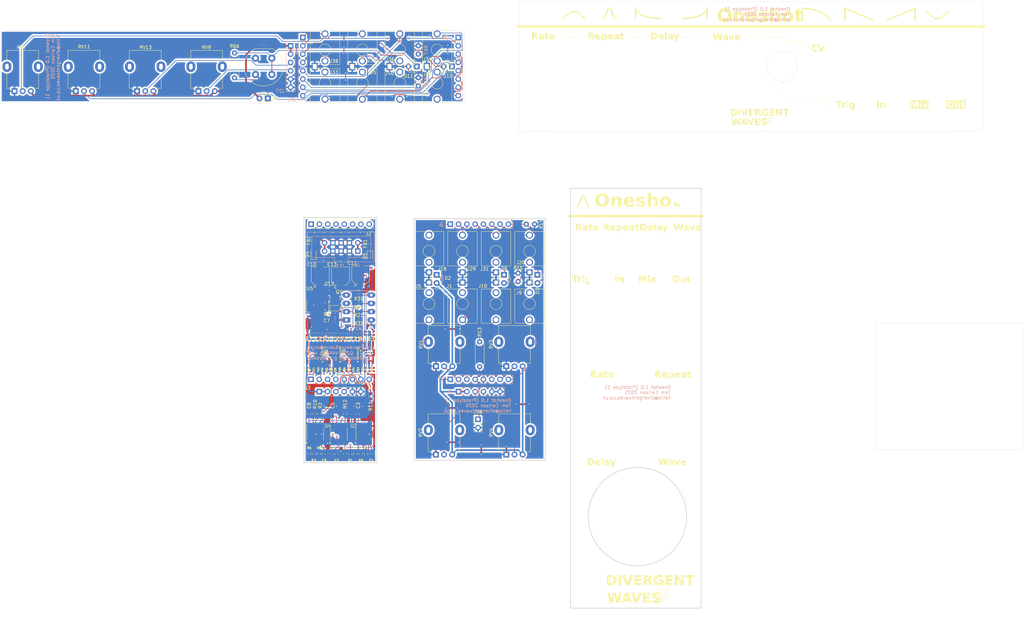
<source format=kicad_pcb>
(kicad_pcb (version 20241229) (generator "pcbnew") (generator_version "9.0")
  (layers (0 "F.Cu" signal) (4 "In1.Cu" signal) (6 "In2.Cu" signal) (2 "B.Cu" signal) (13 "F.Paste" user) (15 "B.Paste" user) (5 "F.SilkS" user "F.Silkscreen") (7 "B.SilkS" user "B.Silkscreen") (1 "F.Mask" user) (3 "B.Mask" user) (25 "Edge.Cuts" user))
  (net 0 "")
  (net 1 "Net-(U1A--)")
  (net 2 "+12V")
  (net 3 "-12V")
  (net 4 "+5V")
  (net 5 "Net-(U7A--)")
  (net 6 "Net-(U8A--)")
  (net 7 "Net-(U1B--)")
  (net 8 "Net-(C17-Pad2)")
  (net 9 "/OUT_LED")
  (net 10 "Net-(U7B--)")
  (net 11 "Net-(C20-Pad2)")
  (net 12 "Net-(U8B--)")
  (net 13 "Net-(C23-Pad2)")
  (net 14 "Net-(D1-K)")
  (net 15 "PDM_OUT")
  (net 16 "/MIX_LED")
  (net 17 "RATE")
  (net 18 "WAVEFORM")
  (net 19 "DELAY")
  (net 20 "REPEATS")
  (net 21 "Net-(C1-Pad1)")
  (net 22 "Net-(U2A-+)")
  (net 23 "Net-(C18-Pad2)")
  (net 24 "Net-(C21-Pad2)")
  (net 25 "Net-(U9A--)")
  (net 26 "Net-(C24-Pad2)")
  (net 27 "Net-(U9B--)")
  (net 28 "Net-(D2-K)")
  (net 29 "Net-(D4-A)")
  (net 30 "Net-(D5-K)")
  (net 31 "Net-(R6-Pad1)")
  (net 32 "Net-(U2A--)")
  (net 33 "Net-(U2B--)")
  (net 34 "Earth")
  (net 35 "/OUT_LED_OUT_TOP")
  (net 36 "/OUT_LED_IN_TOP")
  (net 37 "/MIX_LED_IN_TOP")
  (net 38 "/MIX_LED_OUT_TOP")
  (net 39 "/MIX_IN_TOP")
  (net 40 "/TRIG_IN_TOP")
  (net 41 "/OUT_TOP")
  (net 42 "/MIX_OUT_TOP")
  (net 43 "/RATE_SOCK_TOP")
  (net 44 "/WAVE_SOCK_TOP")
  (net 45 "/REP_SOCK_TOP")
  (net 46 "/DELAY_SOCK_TOP")
  (net 47 "/WAVE_SOCK_BOT")
  (net 48 "/RATE_SOCK_BOT")
  (net 49 "/OUT_LED_OUT_BOT")
  (net 50 "/MIX_LED_OUT_BOT")
  (net 51 "/MIX_LED_IN_BOT")
  (net 52 "/REP_SOCK_BOT")
  (net 53 "/OUT_LED_IN_BOT")
  (net 54 "/DELAY_SOCK_BOT")
  (net 55 "/TRIG_IN_BOT")
  (net 56 "/MIX_IN_BOT")
  (net 57 "/TRIGGER_INVERTED")
  (net 58 "/MIX_OUT_BOT")
  (net 59 "/WAVE_POT_BOT")
  (net 60 "/RATE_POT_BOT")
  (net 61 "/DELAY_POT_TOP")
  (net 62 "/REP_POT_TOP")
  (net 63 "/RATE_POT_TOP")
  (net 64 "/WAVE_POT_TOP")
  (net 65 "/REP_POT_BOT")
  (net 66 "/DELAY_POT_BOT")
  (net 67 "Net-(C14-Pad2)")
  (net 68 "Net-(U6A--)")
  (net 69 "Net-(C15-Pad2)")
  (net 70 "Net-(U6B--)")
  (net 71 "Net-(J11-Pin_1)")
  (net 72 "Net-(J11-Pin_10)")
  (net 73 "/TRIGGER_INVERTED_TOP")
  (net 74 "/OUT_BOT")
  (net 75 "Net-(D9-K)")
  (net 76 "/OUT_LED_OUT_TOP_1U")
  (net 77 "/OUT_LED_IN_TOP_1U")
  (net 78 "/MIX_LED_OUT_TOP_1U")
  (net 79 "/MIX_LED_IN_TOP_1U")
  (net 80 "/WAVE_SOCK_TOP_1U")
  (net 81 "/DELAY_SOCK_TOP_1U")
  (net 82 "/REP_SOCK_TOP_1U")
  (net 83 "/RATE_SOCK_TOP_1U")
  (net 84 "/MIX_OUT_TOP_1U")
  (net 85 "/MIX_IN_TOP_1U")
  (net 86 "/RATE_POT_TOP_1U")
  (net 87 "/TRIGGER_INVERTED_TOP_1U")
  (net 88 "/REP_POT_TOP_1U")
  (net 89 "/TRIG_IN_TOP_1U")
  (net 90 "/OUT_TOP_1U")
  (net 91 "/DELAY_POT_TOP_1U")
  (net 92 "/WAVE_POT_TOP_1U")
  (footprint "Resistor_SMD:R_0402_1005Metric" (layer "F.Cu") (at 185.4 139 90)
    (property "Reference" "R24")
    (property "Value" "100k")
  )
  (footprint "Resistor_SMD:R_0402_1005Metric" (layer "F.Cu") (at 169.074633 139 -90)
    (property "Reference" "R16")
    (property "Value" "100k")
  )
  (footprint "Package_SO:SOIC-8_3.9x4.9mm_P1.27mm" (layer "F.Cu") (at 166.9533 133.885 90)
    (property "Reference" "U6")
    (property "Value" "LM358")
  )
  (footprint "Divergent:QingPu_WQP-PJ398SM_Ground_pin_tweak" (layer "F.Cu") (at 204.75 44.85)
    (property "Reference" "J39")
    (property "Value" "AudioJack2")
  )
  (footprint "MountingHole:MountingHole_4.3mm_M4" (layer "F.Cu") (at 274 46.5)
    (property "Reference" "H40" (hide yes))
    (property "Value" "MountingHole")
  )
  (footprint "Divergent:panel-mountinghole-m3" (layer "F.Cu") (at 365.4 63.2822 180)
    (property "Reference" "H38" (hide yes))
    (property "Value" "MountingHole")
  )
  (footprint "Package_SO:SOIC-8_3.9x4.9mm_P1.27mm" (layer "F.Cu") (at 167.47 158.725 90)
    (property "Reference" "U1")
    (property "Value" "TL072")
  )
  (footprint "Resistor_SMD:R_0402_1005Metric" (layer "F.Cu") (at 171.574667 139 90)
    (property "Reference" "R30")
    (property "Value" "100k")
  )
  (footprint "Resistor_SMD:R_0402_1005Metric" (layer "F.Cu") (at 184.015567 127.86 -90)
    (property "Reference" "R26")
    (property "Value" "100k")
  )
  (footprint "MountingHole:MountingHole_4.3mm_M4" (layer "F.Cu") (at 254.6 157.6)
    (property "Reference" "H17" (hide yes))
    (property "Value" "MountingHole")
  )
  (footprint "Divergent:QingPu_WQP-PJ398SM_Ground_pin_tweak" (layer "F.Cu") (at 193.318889 44.85)
    (property "Reference" "J40")
    (property "Value" "AudioJack2")
  )
  (footprint "Divergent:QingPu_WQP-PJ398SM_Ground_pin_tweak_right" (layer "F.Cu") (at 193.318889 47.65 180)
    (property "Reference" "J36")
    (property "Value" "AudioJack2")
  )
  (footprint "MountingHole:MountingHole_4.3mm_M4" (layer "F.Cu") (at 280.8 118.75)
    (property "Reference" "H14" (hide yes))
    (property "Value" "MountingHole")
  )
  (footprint "Connector_Audio:Jack_3.5mm_QingPu_WQP-PJ398SM_Vertical_CircularHoles" (layer "F.Cu") (at 202.25 109.25 180)
    (property "Reference" "J18")
    (property "Value" "AudioJack2")
  )
  (footprint "LED_THT:LED_D3.0mm" (layer "F.Cu") (at 209.29 46.25 180)
    (property "Reference" "D10")
    (property "Value" "LED_Dual_Bidirectional")
  )
  (footprint "Resistor_SMD:R_0603_1608Metric" (layer "F.Cu") (at 184.4 147.2 -90)
    (property "Reference" "R11")
    (property "Value" "1k")
  )
  (footprint "Divergent:QingPu_WQP-PJ398SM_Ground_pin_tweak" (layer "F.Cu") (at 181.887778 44.85)
    (property "Reference" "J37")
    (property "Value" "AudioJack2")
  )
  (footprint "Capacitor_SMD:C_0603_1608Metric" (layer "F.Cu") (at 173.6 124 180)
    (property "Reference" "C7")
    (property "Value" "100n")
  )
  (footprint "Package_SO:SOIC-8_3.9x4.9mm_P1.27mm" (layer "F.Cu") (at 177.8 133.938809 90)
    (property "Reference" "U9")
    (property "Value" "LM358")
  )
  (footprint "Capacitor_SMD:C_0402_1005Metric" (layer "F.Cu") (at 171.8 127.88 90)
    (property "Reference" "C21")
    (property "Value" "1n")
  )
  (footprint "Capacitor_SMD:C_0603_1608Metric" (layer "F.Cu") (at 180.6 152.525 90)
    (property "Reference" "C3")
    (property "Value" "100n")
  )
  (footprint "MountingHole:MountingHole_3mm" (layer "F.Cu") (at 273 111.3)
    (property "Reference" "H20" (hide yes))
    (property "Value" "MountingHole")
  )
  (footprint "Resistor_SMD:R_0402_1005Metric" (layer "F.Cu") (at 172.842367 127.86 -90)
    (property "Reference" "R32")
    (property "Value" "100k")
  )
  (footprint "Resistor_THT:R_Axial_DIN0207_L6.3mm_D2.5mm_P2.54mm_Vertical" (layer "F.Cu") (at 232 94.5)
    (property "Reference" "R14")
    (property "Value" "R-LED")
  )
  (footprint "Resistor_SMD:R_0603_1608Metric" (layer "F.Cu") (at 165.6 164.8 90)
    (property "Reference" "R6")
    (property "Value" "100k")
  )
  (footprint "MountingHole:MountingHole_3mm" (layer "F.Cu") (at 355.4 46.4)
    (property "Reference" "H23" (hide yes))
    (property "Value" "MountingHole")
  )
  (footprint "MountingHole:MountingHole_3mm" (layer "F.Cu") (at 310.2 56.25)
    (property "Reference" "H22" (hide yes))
    (property "Value" "MountingHole")
  )
  (footprint "MountingHole:MountingHole_4.3mm_M4" (layer "F.Cu") (at 255.4 46.5 180)
    (property "Reference" "H41" (hide yes))
    (property "Value" "MountingHole")
  )
  (footprint "MountingHole:MountingHole_4.3mm_M4" (layer "F.Cu") (at 260.266667 118.75)
    (property "Reference" "H12" (hide yes))
    (property "Value" "MountingHole")
  )
  (footprint "Capacitor_SMD:C_0402_1005Metric" (layer "F.Cu") (at 176.985667 127.88 90)
    (property "Reference" "C24")
    (property "Value" "1n")
  )
  (footprint "Package_TO_SOT_SMD:SOT-223-3_TabPin2" (layer "F.Cu") (at 168.19 119.5 -90)
    (property "Reference" "U5")
    (property "Value" "LM1117DT-5.0")
  )
  (footprint "Resistor_SMD:R_0603_1608Metric" (layer "F.Cu") (at 176.6 152.525 -90)
    (property "Reference" "R12")
    (property "Value" "1k")
  )
  (footprint "Capacitor_SMD:CP_Elec_5x5.4" (layer "F.Cu") (at 169 110.4 90)
    (property "Reference" "C10")
    (property "Value" "47u")
  )
  (footprint "Capacitor_SMD:C_0402_1005Metric" (layer "F.Cu") (at 165 127.88 90)
    (property "Reference" "C19")
    (property "Value" "100n")
  )
  (footprint "Resistor_SMD:R_0402_1005Metric" (layer "F.Cu") (at 166.3253 139 -90)
    (property "Reference" "R17")
    (property "Value" "100k")
  )
  (footprint "Resistor_SMD:R_0603_1608Metric" (layer "F.Cu") (at 167.1 164.8 -90)
    (property "Reference" "R3")
    (property "Value" "100k")
  )
  (footprint "Package_SO:SOIC-8_3.9x4.9mm_P1.27mm" (layer "F.Cu") (at 182.505 158.725 90)
    (property "Reference" "U2")
    (property "Value" "TL072")
  )
  (footprint "Resistor_SMD:R_0603_1608Metric" (layer "F.Cu") (at 168.6 164.8 -90)
    (property "Reference" "R8")
    (property "Value" "100k")
  )
  (footprint "Resistor_THT:R_Axial_DIN0207_L6.3mm_D2.5mm_P7.62mm_Horizontal" (layer "F.Cu") (at 217.75 130.5 -90)
    (property "Reference" "R13")
    (property "Value" "R-LED")
  )
  (footprint "Resistor_SMD:R_0402_1005Metric" (layer "F.Cu") (at 179.744533 127.86 90)
    (property "Reference" "R37")
    (property "Value" "100k")
  )
  (footprint "Capacitor_SMD:C_0603_1608Metric" (layer "F.Cu") (at 172.505 164.8 90)
    (property "Reference" "C1")
    (property "Value" "10n")
  )
  (footprint "Package_TO_SOT_SMD:SOT-23" (layer "F.Cu") (at 173.54 117.0625 90)
    (property "Reference" "Q1")
    (property "Value" "MMBT3904")
  )
  (footprint "Potentiometer_THT:Potentiometer_Alpha_RD901F-40-00D_Single_Vertical" (layer "F.Cu") (at 75.5 53.8 90)
    (property "Reference" "RV7")
    (property "Value" "10k")
  )
  (footprint "Divergent:QingPu_WQP-PJ398SM_Ground_pin_tweak_right" (layer "F.Cu") (at 204.75 47.65 180)
    (property "Reference" "J34")
    (property "Value" "AudioJack2")
  )
  (footprint "Diode_SMD:D_SOD-323" (layer "F.Cu") (at 166.94 103.725 90)
    (property "Reference" "D4")
    (property "Value" "D_Schottky")
  )
  (footprint "Connector_Audio:Jack_3.5mm_QingPu_WQP-PJ398SM_Vertical_CircularHoles" (layer "F.Cu") (at 212.5 109.25 180)
    (property "Reference" "J29")
    (property "Value" "AudioJack2")
  )
  (footprint "Capacitor_SMD:C_0402_1005Metric" (layer "F.Cu") (at 184.035333 139.02 -90)
    (property "Reference" "C17")
    (property "Value" "1n")
  )
  (footprint "Diode_SMD:D_SOD-323" (layer "F.Cu") (at 184.19 104.25 -90)
    (property "Reference" "D5")
    (property "Value" "D_Schottky")
  )
  (footprint "Connector_Audio:Jack_3.5mm_QingPu_WQP-PJ398SM_Vertical_CircularHoles" (layer "F.Cu") (at 212.5 112.35)
    (property "Reference" "J1")
    (property "Value" "AudioJack2")
  )
  (footprint "Connector_PinHeader_2.54mm:PinHeader_1x08_P2.54mm_Vertical" (layer "F.Cu") (at 166.17 142 90)
    (property "Reference" "J3")
    (property "Value" "Conn_01x04")
  )
  (footprint "Potentiometer_THT:Potentiometer_Alpha_RD901F-40-00D_Single_Vertical" (layer "F.Cu") (at 204.4 138 90)
    (property "Reference" "RV1")
    (property "Value" "10k")
  )
  (footprint "MountingHole:MountingHole_4.3mm_M4" (layer "F.Cu") (at 250 118.75)
    (property "Reference" "H11" (hide yes))
    (property "Value" "MountingHole")
  )
  (footprint "Capacitor_SMD:C_0402_1005Metric" (layer "F.Cu") (at 181.128967 127.88 90)
    (property "Reference" "C16")
    (property "Value" "100n")
  )
  (footprint "Resistor_SMD:R_0402_1005Metric" (layer "F.Cu") (at 177.073333 139 90)
    (property "Reference" "R36")
    (property "Value" "100k")
  )
  (footprint "Package_SO:SOIC-8_3.9x4.9mm_P1.27mm" (layer "F.Cu") (at 172.4 133.855 90)
    (property "Reference" "U8")
    (property "Value" "LM358")
  )
  (footprint "MountingHole:MountingHole_4.3mm_M4" (layer "F.Cu") (at 276.2 130.5)
    (property "Reference" "H15" (hide yes))
    (property "Value" "MountingHole")
  )
  (footprint "Connector_Audio:Jack_3.5mm_QingPu_WQP-PJ398SM_Vertical_CircularHoles" (layer "F.Cu") (at 222.75 112.35)
    (property "Reference" "J10")
    (property "Value" "AudioJack2")
  )
  (footprint "Capacitor_SMD:C_0603_1608Metric" (layer "F.Cu") (at 165.6 152.525 90)
    (property "Reference" "C8")
    (property "Value" "100n")
  )
  (footprint "Divergent:QingPu_WQP-PJ398SM_Ground_pin_tweak_right" (layer "F.Cu") (at 170.456667 47.65 180)
    (property "Reference" "J33")
    (property "Value" "AudioJack2")
  )
  (footprint "Divergent:QingPu_WQP-PJ398SM_Ground_pin_tweak" (layer "F.Cu") (at 170.456667 44.85)
    (property "Reference" "J38")
    (property "Value" "AudioJack2")
  )
  (footprint "LED_THT:LED_D3.0mm" (layer "F.Cu") (at 204.6 109.98 -90)
    (property "Reference" "D2")
    (property "Value" "LED")
  )
  (footprint "Resistor_SMD:R_0603_1608Metric" (layer "F.Cu") (at 168.863718 152.525 90)
    (property "Reference" "R2")
    (property "Value" "100k")
  )
  (footprint "Resistor_SMD:R_0603_1608Metric" (layer "F.Cu") (at 178.2 164.8 90)
    (property "Reference" "R1")
    (property "Value" "75k")
  )
  (footprint "Resistor_SMD:R_0603_1608Metric" (layer "F.Cu") (at 181.4 164.8 90)
    (property "Reference" "R9")
    (property "Value" "24k")
  )
  (footprint "Capacitor_SMD:C_0402_1005Metric" (layer "F.Cu") (at 175.611233 127.88 90)
    (property "Reference" "C25")
    (property "Value" "100n")
  )
  (footprint "Resistor_THT:R_Axial_DIN0207_L6.3mm_D2.5mm_P2.54mm_Vertical" (layer "F.Cu") (at 229.5 112.045 90)
    (property "Reference" "R15")
    (property "Value" "R-LED")
  )
  (footprint "MountingHole:MountingHole_3mm" (layer "F.Cu") (at 283.2 111.2)
    (property "Reference" "H21" (hide yes))
    (property "Value" "MountingHole")
  )
  (footprint "Potentiometer_THT:Potentiometer_Alpha_RD901F-40-00D_Single_Vertical" (layer "F.Cu") (at 225.9 138 90)
    (property "Reference" "RV3")
    (property "Value" "10k")
  )
  (footprint "MountingHole:MountingHole_4.3mm_M4" (layer "F.Cu") (at 292.8 46.5)
    (property "Reference" "H39" (hide yes))
    (property "Value" "MountingHole")
  )
  (footprint "Capacitor_SMD:C_0402_1005Metric" (layer "F.Cu") (at 178.448 139.02 -90)
    (property "Reference" "C23")
    (property "Value" "1n")
  )
  (footprint "Connector_Audio:Jack_3.5mm_QingPu_WQP-PJ398SM_Vertical_CircularHoles" (layer "F.Cu") (at 233 109.25 180)
    (property "Reference" "J20")
    (property "Value" "AudioJack2")
  )
  (footprint "Connector_PinHeader_2.54mm:PinHeader_1x06_P2.54mm_Vertical" (layer "F.Cu") (at 168.695 145.75 90)
    (property "Reference" "J4")
    (property "Value" "Conn_01x04")
  )
  (footprint "MountingHole:MountingHole_4.3mm_M4" (layer "F.Cu") (at 236.6 46.2 180)
    (property "Reference" "H42" (hide yes))
    (property "Value" "MountingHole")
  )
  (footprint "Potentiometer_THT:Potentiometer_Alpha_RD901F-40-00D_Single_Vertical" (layer "F.Cu") (at 225.9 165 90)
    (property "Reference" "RV4")
    (property "Value" "10k")
  )
  (footprint "Capacitor_SMD:CP_Elec_5x5.4" (layer "F.Cu") (at 175.2 110.4 90)
    (property "Reference" "C13")
    (property "Value" "47u")
  )
  (footprint "MountingHole:MountingHole_4.3mm_M4" (layer "F.Cu") (at 351.733333 41 90)
    (property "Reference" "H50" (hide yes))
    (property "Value" "MountingHole")
  )
  (footprint "Divergent:panel-mountinghole-m3" (layer "F.Cu") (at 279.2984 86.2)
    (property "Reference" "H5" (hide yes))
    (property "Value" "MountingHole")
  )
  (footprint "Divergent:panel-mountinghole-m3" (layer "F.Cu") (at 235.9216 63.2822 180)
    (property "Reference" "H36" (hide yes))
    (property "Value" "MountingHole")
  )
  (footprint "Package_SO:SOIC-8_3.9x4.9mm_P1.27mm" (layer "F.Cu") (at 183.2 133.875 90)
    (property "Reference" "U7")
    (property "Value" "LM358")
  )
  (footprint "Capacitor_SMD:C_0402_1005Metric" (layer "F.Cu") (at 170.4 127.88 90)
    (property "Reference" "C22")
    (property "Value" "100n")
  )
  (footprint "MountingHole:MountingHole_4.3mm_M4" (layer "F.Cu") (at 254.6 130.5)
    (property "Reference" "H16" (hide yes))
    (property "Value" "MountingHole")
  )
  (footprint "Resistor_SMD:R_0402_1005Metric" (layer "F.Cu") (at 167.631133 127.86 -90)
    (property "Reference" "R20")
    (property "Value" "100k")
  )
  (footprint "Resistor_SMD:R_0402_1005Metric" (layer "F.Cu") (at 178.3601 127.86 -90)
    (property "Reference" "R38")
    (property "Value" "100k")
  )
  (footprint "Resistor_SMD:R_0402_1005Metric" (layer "F.Cu") (at 174.2268 127.86 90)
    (property "Reference" "R31")
    (property "Value" "100k")
  )
  (footprint "Capacitor_SMD:C_0603_1608Metric" (layer "F.Cu") (at 166.94 99.5 90)
    (property "Reference" "FB2")
    (property "Value" "FerriteBead_Small")
  )
  (footprint "MountingHole:MountingHole_4.3mm_M4" (layer "F.Cu") (at 328.8 51.4 90)
    (property "Reference" "H48" (hide yes))
    (property "Value" "MountingHole")
  )
  (footprint "Divergent:panel-mountinghole-m3" (layer "F.Cu") (at 365.2984 29.1678)
    (property "Reference" "H37" (hide yes))
    (property "Value" "MountingHole")
  )
  (footprint "Package_SO:SOIC-8_3.9x4.9mm_P1.27mm" (layer "F.Cu") (at 174.705 158.725 90)
    (property "Reference" "U4")
    (property "Value" "TL072")
  )
  (footprint "Connector_Audio:Jack_3.5mm_QingPu_WQP-PJ398SM_Vertical_CircularHoles" (layer "F.Cu") (at 233 112.35)
    (property "Reference" "J9")
    (property "Value" "AudioJack2")
  )
  (footprint "Resistor_SMD:R_0603_1608Metric" (layer "F.Cu") (at 167.277479 152.525 90)
    (property "Reference" "R10")
    (property "Value" "100k")
  )
  (footprint "MountingHole:MountingHole_4.3mm_M4" (layer "F.Cu") (at 280.8 102.75)
    (property "Reference" "H10" (hide yes))
    (property "Value" "MountingHole")
  )
  (footprint "Resistor_SMD:R_0402_1005Metric" (layer "F.Cu") (at 180.8 116.2 180)
    (property "Reference" "R39")
    (property "Value" "4.7k")
  )
  (footprint "Capacitor_SMD:C_0402_1005Metric" (layer "F.Cu") (at 182.631133 127.88 90)
    (property "Reference" "C18")
    (property "Value" "1n")
  )
  (footprint "Resistor_SMD:R_0402_1005Metric" (layer "F.Cu") (at 180.8 121.2 180)
    (property "Reference" "R21")
    (property "Value" "4.7k")
  )
  (footprint "Capacitor_SMD:C_0603_1608Metric" (layer "F.Cu") (at 184.19 100.5 90)
    (property "Reference" "FB1")
    (property "Value" "FerriteBead_Small")
  )
  (footprint "Connector_Audio:Jack_3.5mm_QingPu_WQP-PJ398SM_Vertical_CircularHoles" (layer "F.Cu") (at 202.25 112.35)
    (property "Reference" "J5")
    (property "Value" "AudioJack2")
  )
  (footprint "Divergent:panel-mountinghole-m3" (layer "F.Cu") (at 279.4 209.2822 180)
    (property "Reference" "H6" (hide yes))
    (property "Value" "MountingHole")
  )
  (footprint "Potentiometer_THT:Potentiometer_Alpha_RD901F-40-00D_Single_Vertical" (layer "F.Cu") (at 113 53.8 90)
    (property "Reference" "RV13")
    (property "Value" "10k")
  )
  (footprint "Capacitor_SMD:C_0603_1608Metric" (layer "F.Cu") (at 174.105 164.8 90)
    (property "Reference" "C2")
    (property "Value" "4n7")
  )
  (footprint "Potentiometer_THT:Potentiometer_Alpha_RD901F-40-00D_Single_Vertical" (layer "F.Cu") (at 204.3608 165 90)
    (property "Reference" "RV2")
    (property "Value" "10k")
  )
  (footprint "Divergent:panel-mountinghole-m3" (layer "F.Cu") (at 235.82 29.1678)
    (property "Reference" "H35" (hide yes))
    (property "Value" "MountingHole")
  )
  (footprint "Capacitor_SMD:C_0603_1608Metric" (layer "F.Cu") (at 176.6 164.8 90)
    (property "Reference" "C6")
    (property "Value" "100n")
  )
  (footprint "MountingHole:MountingHole_4.3mm_M4" (layer "F.Cu") (at 340.266667 41 90)
    (property "Reference" "H43" (hide yes))
    (property "Value" "MountingHole")
  )
  (footprint "Divergent:QingPu_WQP-PJ398SM_Ground_pin_tweak_right" (layer "F.Cu") (at 181.887778 47.65 180)
    (property "Reference" "J35")
    (property "Value" "AudioJack2")
  )
  (footprint "Capacitor_SMD:C_0402_1005Metric" (layer "F.Cu") (at 167.699967 139.02 -90)
    (property "Reference" "C14")
    (property "Value" "1n")
  )
  (footprint "Divergent:SW_D6R90_F1_LFS" (layer "F.Cu") (at 151.7 46.2)
    (property "Reference" "SW1")
    (property "Value" "~")
  )
  (footprint "MountingHole:MountingHole_4.3mm_M4" (layer "F.Cu") (at 328.8 41 90)
    (property "Reference" "H44" (hide yes))
    (property "Value" "MountingHole")
  )
  (footprint "Resistor_SMD:R_0402_1005Metric" (layer "F.Cu") (at 169.015567 127.86 90)
    (property "Reference" "R19")
    (property "Value" "100k")
  )
  (footprint "Resistor_SMD:R_0402_1005Metric" (layer "F.Cu") (at 182.670667 139 -90)
    (property "Reference" "R22")
    (property "Value" "100k")
  )
  (footprint "Resistor_SMD:R_0603_1608Metric" (layer "F.Cu") (at 173.515 122.25 180)
    (property "Reference" "R5")
    (property "Value" "10k")
  )
  (footprint "Resistor_SMD:R_0603_1608Metric" (layer "F.Cu") (at 183 164.8 90)
    (property "Reference" "R7")
    (property "Value" "100k")
  )
  (footprint "Potentiometer_THT:Potentiometer_Alpha_RD901F-40-00D_Single_Vertical" (layer "F.Cu") (at 94.25 53.8 90)
    (property "Reference" "RV11")
    (property "Value" "10k")
  )
  (footprint "Resistor_SMD:R_0402_1005Metric" (layer "F.Cu") (at 179.822667 139 -90)
    (property "Reference" "R34")
    (property "Value" "100k")
  )
  (footprint "Resistor_SMD:R_0402_1005Metric" (layer "F.Cu") (at 170.2 139 -90)
    (property "Reference" "R29")
    (property "Value" "100k")
  )
  (footprint "MountingHole:MountingHole_4.3mm_M4" (layer "F.Cu") (at 276.2 157.6)
    (property "Reference" "H18" (hide yes))
    (property "Value" "MountingHole")
  )
  (footprint "LED_THT:LED_D3.0mm" (layer "F.Cu") (at 225.2 109.98 -90)
    (property "Reference" "D6")
    (property "Value" "LED_Dual_Bidirectional")
  )
  (footprint "MountingHole:MountingHole_4.3mm_M4" (layer "F.Cu") (at 363.2 51.4 90)
    (property "Reference" "H45" (hide yes))
    (property "Value" "MountingHole")
  )
  (footprint "LED_THT:LED_D3.0mm" (layer "F.Cu") (at 152.97 56 180)
    (property "Reference" "D9")
    (property "Value" "LED")
  )
  (footprint "Capacitor_SMD:C_0603_1608Metric" (layer "F.Cu") (at 184.6 164.8 90)
    (property "Reference" "C4")
    (property "Value" "100n")
  )
  (footprint "Diode_SMD:D_SOD-323" (layer "F.Cu") (at 173.59 120.2)
    (property "Reference" "D1")
    (property "Value" "1N4148WS")
  )
  (footprint "MountingHole:MountingHole_4.3mm_M4" (layer "F.Cu") (at 351.733333 51.4 90)
    (property "Reference" "H46" (hide yes))
    (property "Value" "MountingHole")
  )
  (footprint "Resistor_SMD:R_0402_1005Metric" (layer "F.Cu") (at 181.296 139 -90)
    (property "Reference" "R23")
    (property "Value" "100k")
  )
  (footprint "Capacitor_SMD:C_0402_1005Metric" (layer "F.Cu") (at 172.949333 139.02 -90)
    (property "Reference" "C20")
    (property "Value" "1n")
  )
  (footprint "Resistor_SMD:R_0402_1005Metric" (layer "F.Cu") (at 185.4 127.86 90)
    (property "Reference" "R25")
    (property "Value" "100k")
  )
  (footprint "Resistor_SMD:R_0603_1608Metric" (layer "F.Cu") (at 179.8 164.8 90)
    (property "Reference" "R4")
    (property "Value" "20k")
  )
  (footprint "Capacitor_SMD:C_0402_1005Metric" (layer "F.Cu") (at 166.2567 127.88 90)
    (property "Reference" "C15")
    (property "Value" "1n")
  )
  (footprint "MountingHole:MountingHole_4.3mm_M4" (layer "F.Cu") (at 363.2 41 90)
    (property "Reference" "H49" (hide yes))
    (property "Value" "MountingHole")
  )
  (footprint "Resistor_SMD:R_0402_1005Metric" (layer "F.Cu") (at 180.8 123.8 180)
    (property "Reference" "R33")
    (property "Value" "4.7k")
  )
  (footprint "Resistor_SMD:R_0402_1005Metric" (layer "F.Cu") (at 180.8 118.8 180)
    (property "Reference" "R27")
    (property "Value" "4.7k")
  )
  (footprint "LED_THT:LED_D3.0mm" (layer "F.Cu") (at 235.4 109.98 -90)
    (property "Reference" "D3")
    (property "Value" "LED_Dual_Bidirectional")
  )
  (footprint "Capacitor_SMD:CP_Elec_5x5.4" (layer "F.Cu") (at 181.4 110 90)
    (property "Reference" "C11")
    (property "Value" "47u")
  )
  (footprint "MountingHole:MountingHole_3mm" (layer "F.Cu") (at 252.4 111.3)
    (property "Reference" "H19" (hide yes))
    (property "Value" "MountingHole")
  )
  (footprint "Capacitor_SMD:C_0603_1608Metric" (layer "F.Cu") (at 171.8 114.2)
    (property "Reference" "C12")
    (property "Value" "100n")
  )
  (footprint "Capacitor_SMD:C_0603_1608Metric" (layer "F.Cu") (at 172.8 152.525 90)
    (property "Reference" "C5")
    (property "Value" "100n")
  )
  (footprint "Resistor_SMD:R_0402_1005Metric" (layer "F.Cu") (at 174.324 139 -90)
    (property "Reference" "R28")
    (property "Value" "100k")
  )
  (footprint "MountingHole:MountingHole_4.3mm_M4" (layer "F.Cu") (at 340.266667 51.4 90)
    (property "Reference" "H47" (hide yes))
    (property "Value" "MountingHole")
  )
  (footprint "Potentiometer_THT:Potentiometer_Alpha_RD901F-40-00D_Single_Vertical" (layer "F.Cu") (at 131.75 53.8 90)
    (property "Reference" "RV9")
    (property "Value" "10k")
  )
  (footprint "MountingHole:MountingHole_4.3mm_M4" (layer "F.Cu") (at 250 102.75)
    (property "Reference" "H7" (hide yes))
    (property "Value" "MountingHole")
  )
  (footprint "MountingHole:MountingHole_4.3mm_M4" (layer "F.Cu") (at 270.533333 102.75)
    (property "Reference" "H9" (hide yes))
    (property "Value" "MountingHole")
  )
  (footprint "Connector_Audio:Jack_3.5mm_QingPu_WQP-PJ398SM_Vertical_CircularHoles" (layer "F.Cu") (at 222.75 109.25 180)
    (property "Reference" "J31")
    (property "Value" "AudioJack2")
  )
  (footprint "MountingHole:MountingHole_4.3mm_M4" (layer "F.Cu") (at 270.533333 118.75)
    (property "Reference" "H13" (hide yes))
    (property "Value" "MountingHole")
  )
  (footprint "MountingHole:MountingHole_3mm" (layer "F.Cu") (at 366.8 46.4)
    (property "Reference" "H24" (hide yes))
    (property "Value" "MountingHole")
  )
  (footprint "Capacitor_SMD:C_0603_1608Metric" (layer "F.Cu") (at 170.105 164.8 90)
    (property "Reference" "C9")
    (property "Value" "100n")
  )
  (footprint "Connector_PinHeader_2.54mm:PinHeader_1x08_P2.54mm_Vertical" (layer "F.Cu") (at 166.21 94.5 90)
    (property "Reference" "J2")
    (property "Value" "Conn_01x04")
  )
  (footprint "Connector_PinHeader_2.54mm:PinHeader_1x02_P2.54mm_Vertical" (layer "F.Cu") (at 217.25 154.225)
    (property "Reference" "J16")
    (property "Value" "Conn_01x02 (3u)")
  )
  (footprint "MountingHole:MountingHole_4.3mm_M4" (layer "F.Cu") (at 260.266667 102.75)
    (property "Reference" "H8" (hide yes))
    (property "Value" "MountingHole")
  )
  (footprint "Resistor_SMD:R_0402_1005Metric" (layer "F.Cu") (at 164.950633 139 90)
    (property "Reference" "R18")
    (property "Value" "100k")
  )
  (footprint "LED_THT:LED_D3.0mm" (layer "F.Cu") (at 198.5 46.25 180)
    (property "Reference" "D11")
    (property "Value" "LED_Dual_Bidirectional")
  )
  (footprint "Resistor_SMD:R_0402_1005Metric" (layer "F.Cu") (at 175.698667 139 -90)
    (property "Reference" "R35")
    (property "Value" "100k")
  )
  (footprint "Resistor_THT:R_Axial_DIN0207_L6.3mm_D2.5mm_P7.62mm_Horizontal" (layer "F.Cu") (at 142.8 49.71 90)
    (property "Reference" "R66")
    (property "Value" "R-LED")
  )
  (footprint "Connector_PinSocket_2.54mm:PinSocket_1x08_P2.54mm_Vertical" (layer "B.Cu") (at 163.675 37.375 180)
    (property "Reference" "J25")
    (property "Value" "Conn_01x04")
  )
  (footprint "Resistor_THT:R_Axial_DIN0207_L6.3mm_D2.5mm_P2.54mm_Vertical" (layer "B.Cu") (at 199 42.44 90)
    (property "Reference" "R67")
    (property "Value" "R-LED")
  )
  (footprint "Connector_PinSocket_2.54mm:PinSocket_1x08_P2.54mm_Vertical" (layer "B.Cu") (at 211.2 37.375 180)
    (property "Reference" "J26")
    (property "Value" "Conn_01x04")
  )
  (footprint "Connector_PinSocket_2.54mm:PinSocket_1x08_P2.54mm_Vertical" (layer "B.Cu") (at 208.75 142 -90)
    (property "Reference" "J7")
    (property "Value" "Conn_01x04")
  )
  (footprint "Connector_IDC:IDC-Header_2x05_P2.54mm_Vertical" (layer "B.Cu") (at 180.48 102.75 90)
    (property "Reference" "J11")
    (property "Value" "Conn_02x05_Odd_Even")
  )
  (footprint "Connector_PinSocket_2.54mm:PinSocket_1x06_P2.54mm_Vertical" (layer "B.Cu") (at 159.95 39.925 180)
    (property "Reference" "J27")
    (property "Value" "Conn_01x04")
  )
  (footprint "Connector_PinSocket_2.54mm:PinSocket_1x06_P2.54mm_Vertical" (layer "B.Cu") (at 211.3 145.75 -90)
    (property "Reference" "J8")
    (property "Value" "Conn_01x04")
  )
  (footprint "Package_DIP:DIP-8_W7.62mm_Socket_LongPads" (layer "B.Cu") (at 176.99 123.81)
    (property "Reference" "U3")
    (property "Value" "ONESHOT")
  )
  (footprint "Resistor_THT:R_Axial_DIN0207_L6.3mm_D2.5mm_P2.54mm_Vertical" (layer "B.Cu") (at 199 52.2 90)
    (property "Reference" "R68")
    (property "Value" "R-LED")
  )
  (footprint "Connector_PinSocket_2.54mm:PinSocket_1x08_P2.54mm_Vertical" (layer "B.Cu") (at 208.75 94.5 -90)
    (property "Reference" "J6")
    (property "Value" "Conn_01x04")
  )
  (gr_line (start 297.25 37.25) (end 310.75 37.323414) (stroke (width 0.3) (type dot)) (layer "F.SilkS"))
  (gr_line (start 245.1 92) (end 285.9 92) (stroke (width 0.75)) (layer "F.SilkS"))
  (gr_arc (start 306.66103 61.713106) (mid 306.024419 63.25) (end 304.487525 63.886611) (stroke (width 0.1)) (layer "F.SilkS"))
  (gr_line (start 350.9 32) (end 350.9 28.5) (stroke (width 0.4)) (layer "F.SilkS"))
  (gr_arc (start 275.315794 206.039464) (mid 274.178745 208.784545) (end 271.433664 209.921594) (stroke (width 0.1)) (layer "F.SilkS"))
  (gr_arc (start 305.919332 61.725581) (mid 305.503612 62.729193) (end 304.5 63.144913) (stroke (width 0.1)) (layer "F.SilkS"))
  (gr_curve (pts (xy 247.4 89.05) (xy 248.4 89.05) (xy 248.65 85.8) (xy 249.4 85.8)) (stroke (width 0.4)) (layer "F.SilkS"))
  (gr_line (start 278 37.25) (end 288.75 37.25) (stroke (width 0.3) (type dot)) (layer "F.SilkS"))
  (gr_line (start 260.8 37.25) (end 270.5 37.25) (stroke (width 0.3) (type dot)) (layer "F.SilkS"))
  (gr_line (start 329.4 28.45) (end 337.9 31.95) (stroke (width 0.4)) (layer "F.SilkS"))
  (gr_arc (start 273.265406 206.039464) (mid 272.75122 207.28082) (end 271.509864 207.795006) (stroke (width 0.1)) (layer "F.SilkS"))
  (gr_arc (start 273.948392 206.039464) (mid 273.211845 207.817645) (end 271.433664 208.554192) (stroke (width 0.1)) (layer "F.SilkS"))
  (gr_line (start 329.4 31.95) (end 329.4 28.45) (stroke (width 0.4)) (layer "F.SilkS"))
  (gr_curve (pts (xy 255.4 31.6) (xy 256.4 31.6) (xy 256.65 28.35) (xy 257.4 28.35)) (stroke (width 0.4)) (layer "F.SilkS"))
  (gr_line (start 287.35 31.6) (end 287.35 28.1) (stroke (width 0.4)) (layer "F.SilkS"))
  (gr_curve (pts (xy 361.15 29.4) (xy 357.65 32.4) (xy 357.65 32.4) (xy 354.4 29.4)) (stroke (width 0.4)) (layer "F.SilkS"))
  (gr_arc (start 307.013324 61.689257) (mid 306.272694 63.499528) (end 304.466747 64.250637) (stroke (width 0.1)) (layer "F.SilkS"))
  (gr_line (start 310.225 51.24375) (end 310.175 54.25625) (stroke (width 0.3) (type dot)) (layer "F.SilkS"))
  (gr_line (start 241.25 37.25) (end 250.95 37.25) (stroke (width 0.3) (type dot)) (layer "F.SilkS"))
  (gr_line (start 316.4 31.95) (end 316.4 28.45) (stroke (width 0.4)) (layer "F.SilkS"))
  (gr_arc (start 272.500773 206.039464) (mid 272.195664 206.776063) (end 271.459064 207.081173) (stroke (width 0.1)) (layer "F.SilkS"))
  (gr_arc (start 274.675 206.055) (mid 273.745064 208.300064) (end 271.5 209.23) (stroke (width 0.1)) (layer "F.SilkS"))
  (gr_curve (pts (xy 287.35 28.1) (xy 287.35 31.6) (xy 279.6 31.6) (xy 279.6 31.6)) (stroke (width 0.4)) (layer "F.SilkS"))
  (gr_line (start 325.4225 57.975) (end 319.75 56) (stroke (width 0.3) (type dot)) (layer "F.SilkS"))
  (gr_line (start 318.25 40.25) (end 310.25 37.5) (stroke (width 0.3) (type dot)) (layer "F.SilkS"))
  (gr_curve (pts (xy 249.4 85.8) (xy 250.15 85.8) (xy 250.15 89.05) (xy 251.4 89.05)) (stroke (width 0.4)) (layer "F.SilkS"))
  (gr_curve (pts (xy 324.9 31.95) (xy 322.65 28.45) (xy 316.4 28.45) (xy 316.4 28.45)) (stroke (width 0.4)) (layer "F.SilkS"))
  (gr_curve (pts (xy 257.4 28.35) (xy 258.15 28.35) (xy 258.15 31.6) (xy 259.4 31.6)) (stroke (width 0.4)) (layer "F.SilkS"))
  (gr_arc (start 306.302209 61.722149) (mid 305.773352 62.998933) (end 304.496568 63.52779) (stroke (width 0.1)) (layer "F.SilkS"))
  (gr_line (start 350.9 28.5) (end 342.4 32) (stroke (width 0.4)) (layer "F.SilkS"))
  (gr_arc (start 305.546785 61.711825) (mid 305.236152 62.461733) (end 304.486244 62.772366) (stroke (width 0.1)) (layer "F.SilkS"))
  (gr_arc (start 275.944925 206.029232) (mid 274.652187 209.188965) (end 271.5 210.5) (stroke (width 0.1)) (layer "F.SilkS"))
  (gr_line (start 265.4 31.6) (end 265.4 28.1) (stroke (width 0.4)) (layer "F.SilkS"))
  (gr_curve (pts (xy 265.4 28.1) (xy 265.4 31.6) (xy 273.15 31.6) (xy 273.15 31.6)) (stroke (width 0.4)) (layer "F.SilkS"))
  (gr_arc (start 305.183823 61.690967) (mid 304.973389 62.19897) (end 304.465386 62.409404) (stroke (width 0.1)) (layer "F.SilkS"))
  (gr_curve (pts (xy 243.25 31.6) (xy 246.75 28.6) (xy 246.75 28.6) (xy 250 31.6)) (stroke (width 0.4)) (layer "F.SilkS"))
  (gr_line (start 229.3 34) (end 372.15 34) (stroke (width 0.75)) (layer "F.SilkS"))
  (gr_line (start 320.625 56.25) (end 311.25 56.25) (stroke (width 0.3) (type dot)) (layer "F.SilkS"))
  (gr_line (start 237.75 166.75) (end 197.75 166.75) (stroke (width 0.2)) (layer "Edge.Cuts"))
  (gr_rect (start 339 124.8) (end 384.2 163.6) (stroke (width 0.05)) (fill no) (layer "Edge.Cuts"))
  (gr_line (start 245.5 212) (end 245.5 83.5) (stroke (width 0.2)) (layer "Edge.Cuts"))
  (gr_rect (start 71.1 35.125) (end 213 57.375) (stroke (width 0.05)) (fill no) (layer "Edge.Cuts"))
  (gr_line (start 285.5 212) (end 285.5 83.5) (stroke (width 0.2)) (layer "Edge.Cuts"))
  (gr_line (start 164.04 92.5) (end 164.04 167.5) (stroke (width 0.2)) (layer "Edge.Cuts"))
  (gr_circle (center 310.2 46.2) (end 314.9 46.2) (stroke (width 0.05)) (fill no) (layer "Edge.Cuts"))
  (gr_line (start 245.5 212) (end 285.5 212) (stroke (width 0.2)) (layer "Edge.Cuts"))
  (gr_circle (center 266 184) (end 281.05 184) (stroke (width 0.2)) (fill no) (layer "Edge.Cuts"))
  (gr_line (start 237.75 166.75) (end 237.75 92.75) (stroke (width 0.2)) (layer "Edge.Cuts"))
  (gr_line (start 245.5 83.5) (end 285.5 83.5) (stroke (width 0.2)) (layer "Edge.Cuts"))
  (gr_rect (start 229.66 26.4) (end 371.56 66.05) (stroke (width 0.05)) (fill no) (layer "Edge.Cuts"))
  (gr_line (start 197.75 92.75) (end 237.75 92.75) (stroke (width 0.2)) (layer "Edge.Cuts"))
  (gr_line (start 186.29 167.5) (end 186.29 92.5) (stroke (width 0.2)) (layer "Edge.Cuts"))
  (gr_line (start 186.29 92.5) (end 164.04 92.5) (stroke (width 0.2)) (layer "Edge.Cuts"))
  (gr_line (start 197.75 92.75) (end 197.75 166.75) (stroke (width 0.2)) (layer "Edge.Cuts"))
  (gr_line (start 164.04 167.5) (end 186.29 167.5) (stroke (width 0.2)) (layer "Edge.Cuts"))
  (gr_text "Trig" (at 326.75 59.25 0) (layer "F.SilkS") (effects (font (size 2 2) (thickness 0.4) (bold yes)) (justify left bottom)))
  (gr_text "Wave" (at 277 96.8 0) (layer "F.SilkS") (effects (font (size 2 2) (thickness 0.4) (bold yes)) (justify left bottom)))
  (gr_text "Rate" (at 233.5 38.25 0) (layer "F.SilkS") (effects (font (size 2 2) (thickness 0.4) (bold yes)) (justify left bottom)))
  (gr_text "Mix" (at 266.2 112.6 0) (layer "F.SilkS") (effects (font (size 2 2) (thickness 0.4) (bold yes)) (justify left bottom)))
  (gr_text "Rate" (at 247 96.75 0) (layer "F.SilkS") (effects (font (size 2 2) (thickness 0.4) (bold yes)) (justify left bottom)))
  (gr_text "WAVES" (at 256.67302 210.83682 0) (layer "F.SilkS") (effects (font (size 3 3) (thickness 0.6) (bold yes)) (justify left bottom)))
  (gr_text "DIVERGENT" (at 256.34282 205.47742 0) (layer "F.SilkS") (effects (font (size 3 3) (thickness 0.6) (bold yes)) (justify left bottom)))
  (gr_text "Repeat" (at 271.2 141.75 0) (layer "F.SilkS") (effects (font (size 2 2) (thickness 0.4) (bold yes)) (justify left bottom)))
  (gr_text "Trig" (at 246 112.6 0) (layer "F.SilkS") (effects (font (size 2 2) (thickness 0.4) (bold yes)) (justify left bottom)))
  (gr_text "Repeat" (at 250.75 38.25 0) (layer "F.SilkS") (effects (font (size 2 2) (thickness 0.4) (bold yes)) (justify left bottom)))
  (gr_text "Out" (at 276.6 112.6 0) (layer "F.SilkS") (effects (font (size 2 2) (thickness 0.4) (bold yes)) (justify left bottom)))
  (gr_text "Delay" (at 270 38.25 0) (layer "F.SilkS") (effects (font (size 2 2) (thickness 0.4) (bold yes)) (justify left bottom)))
  (gr_text "Out" (at 360.5 59.25 0) (layer "F.SilkS" knockout) (effects (font (size 2 2) (thickness 0.4) (bold yes)) (justify left bottom)))
  (gr_text "Mix" (at 349.25 59.25 0) (layer "F.SilkS" knockout) (effects (font (size 2 2) (thickness 0.4) (bold yes)) (justify left bottom)))
  (gr_text "Rate" (at 251.6 141.75 0) (layer "F.SilkS") (effects (font (size 2 2) (thickness 0.4) (bold yes)) (justify left bottom)))
  (gr_text "In" (at 259 112.6 0) (layer "F.SilkS") (effects (font (size 2 2) (thickness 0.4) (bold yes)) (justify left bottom)))
  (gr_text "DIVERGENT" (at 294.296514 61.59897 0) (layer "F.SilkS") (effects (font (size 2 2) (thickness 0.5) (bold yes)) (justify left bottom)))
  (gr_text "Delay" (at 250.6 168.6 0) (layer "F.SilkS") (effects (font (size 2 2) (thickness 0.4) (bold yes)) (justify left bottom)))
  (gr_text "In" (at 339 59.25 0) (layer "F.SilkS") (effects (font (size 2 2) (thickness 0.4) (bold yes)) (justify left bottom)))
  (gr_text "Repeat" (at 255.4 96.75 0) (layer "F.SilkS") (effects (font (size 2 2) (thickness 0.4) (bold yes)) (justify left bottom)))
  (gr_text "Oneshot" (at 290.253806 33.25 0) (layer "F.SilkS") (effects (font (size 4 4) (thickness 0.3) (bold yes)) (justify left bottom)))
  (gr_text "Delay" (at 266.6 96.8 0) (layer "F.SilkS") (effects (font (size 2 2) (thickness 0.4) (bold yes)) (justify left bottom)))
  (gr_text "Wave" (at 289 38.5 0) (layer "F.SilkS") (effects (font (size 2 2) (thickness 0.4) (bold yes)) (justify left bottom)))
  (gr_text "WAVES" (at 294.626714 64.514196 0) (layer "F.SilkS") (effects (font (size 2 2) (thickness 0.5) (bold yes)) (justify left bottom)))
  (gr_text "Oneshot" (at 252.8 89.841 0) (layer "F.SilkS") (effects (font (size 4 4) (thickness 0.3) (bold yes)) (justify left bottom)))
  (gr_text "CV" (at 319.12 42 0) (layer "F.SilkS") (effects (font (size 2 2) (thickness 0.4) (bold yes)) (justify left bottom)))
  (gr_text "Wave" (at 272.4 168.6 0) (layer "F.SilkS") (effects (font (size 2 2) (thickness 0.4) (bold yes)) (justify left bottom)))
  (gr_text "Oneshot 1.0 (Prototype 1)\nTom Carlson 2025\nhello@divergentwaves.co.uk" (at 165 134 180) (layer "B.SilkS") (effects (font (size 1 1)) (justify left mirror)))
  (gr_text "Oneshot 1.0 (Prototype 1)\nTom Carlson 2025\nhello@divergentwaves.co.uk" (at 276.25 146 0) (layer "B.SilkS") (effects (font (size 1 1)) (justify left mirror)))
  (gr_text "Oneshot 1.0 (Prototype 1)\nTom Carlson 2025\nhello@divergentwaves.co.uk" (at 87.25 36 90) (layer "B.SilkS") (effects (font (size 1 1)) (justify left mirror)))
  (gr_text "Oneshot 1.0 (Prototype 1)\nTom Carlson 2025\nhello@divergentwaves.co.uk" (at 227.5 150 0) (layer "B.SilkS") (effects (font (size 1 1)) (justify left mirror)))
  (gr_text "Oneshot 1.0 (Prototype 1)\nTom Carlson 2025\nhello@divergentwaves.co.uk" (at 312.75 30.25 0) (layer "B.SilkS") (effects (font (size 1 1)) (justify left mirror)))
  (segment (start 166.835 161.2) (end 166.835 163.81) (width 0.2) (layer "F.Cu") (net 1))
  (segment (start 166.835 163.81) (end 167 163.975) (width 0.2) (layer "F.Cu") (net 1))
  (segment (start 165.346283 163.975) (end 167 163.975) (width 0.2) (layer "F.Cu") (net 1))
  (segment (start 166.835 158.419) (end 167.504 157.75) (width 0.2) (layer "F.Cu") (net 1))
  (segment (start 167.504 154.709718) (end 167.504 157.75) (width 0.2) (layer "F.Cu") (net 1))
  (segment (start 166.835 161.2) (end 166.835 158.419) (width 0.2) (layer "F.Cu") (net 1))
  (segment (start 168.863718 153.35) (end 167.504 154.709718) (width 0.2) (layer "F.Cu") (net 1))
  (segment (start 169 112.6) (end 171.4 110.2) (width 0.5) (layer "F.Cu") (net 2))
  (segment (start 171.4 110.2) (end 183 110.2) (width 0.5) (layer "F.Cu") (net 2))
  (segment (start 165.89 115.71) (end 165.89 116.35) (width 0.5) (layer "F.Cu") (net 2))
  (segment (start 180.6 153.3) (end 180.6 154.6) (width 0.2) (layer "F.Cu") (net 2))
  (segment (start 169 112.6) (end 165.89 115.71) (width 0.5) (layer "F.Cu") (net 2))
  (segment (start 165.6 153.3) (end 165.6 154.6) (width 0.2) (layer "F.Cu") (net 2))
  (segment (start 172.8 153.3) (end 172.8 154.6) (width 0.2) (layer "F.Cu") (net 2))
  (segment (start 165.565 154.635) (end 165.6 154.6) (width 0.2) (layer "F.Cu") (net 2))
  (segment (start 166.94 110.54) (end 166.94 104.775) (width 0.5) (layer "F.Cu") (net 2))
  (segment (start 165.565 156.25) (end 165.565 154.635) (width 0.2) (layer "F.Cu") (net 2))
  (segment (start 180.6 156.25) (end 180.6 154.6) (width 0.2) (layer "F.Cu") (net 2))
  (segment (start 172.8 156.25) (end 172.8 154.6) (width 0.2) (layer "F.Cu") (net 2))
  (segment (start 169 112.6) (end 166.94 110.54) (width 0.5) (layer "F.Cu") (net 2))
  (via (at 172.8 154.6) (size 0.6) (drill 0.3) (layers "F.Cu" "B.Cu") (net 2))
  (via (at 183 110.2) (size 0.6) (drill 0.3) (layers "F.Cu" "B.Cu") (net 2))
  (via (at 180.6 154.6) (size 0.6) (drill 0.3) (layers "F.Cu" "B.Cu") (net 2))
  (via (at 165.6 154.6) (size 0.6) (drill 0.3) (layers "F.Cu" "B.Cu") (net 2))
  (segment (start 172.8 154.6) (end 165.6 154.6) (width 0.2) (layer "B.Cu") (net 2))
  (segment (start 175.50361 154.713068) (end 175.390542 154.6) (width 0.2) (layer "B.Cu") (net 2))
  (segment (start 176.042088 154.713068) (end 175.50361 154.713068) (width 0.2) (layer "B.Cu") (net 2))
  (segment (start 176.155156 154.6) (end 176.042088 154.713068) (width 0.2) (layer "B.Cu") (net 2))
  (segment (start 185 146.17776) (end 185 152.8) (width 0.2) (layer "B.Cu") (net 2))
  (segment (start 183 110.2) (end 183.109 110.309) (width 0.2) (layer "B.Cu") (net 2))
  (segment (start 183.109 112.525314) (end 182.6 113.034314) (width 0.2) (layer "B.Cu") (net 2))
  (segment (start 175.390542 154.6) (end 172.8 154.6) (width 0.2) (layer "B.Cu") (net 2))
  (segment (start 183.2 154.6) (end 180.6 154.6) (width 0.2) (layer "B.Cu") (net 2))
  (segment (start 180.6 154.6) (end 176.155156 154.6) (width 0.2) (layer "B.Cu") (net 2))
  (segment (start 165.6 154.6) (end 165.4 154.6) (width 0.2) (layer "B.Cu") (net 2))
  (segment (start 182.6 113.034314) (end 182.6 143.77776) (width 0.2) (layer "B.Cu") (net 2))
  (segment (start 183.109 110.309) (end 183.109 112.525314) (width 0.2) (layer "B.Cu") (net 2))
  (segment (start 182.6 143.77776) (end 185 146.17776) (width 0.2) (layer "B.Cu") (net 2))
  (segment (start 185 152.8) (end 183.2 154.6) (width 0.2) (layer "B.Cu") (net 2))
  (segment (start 169.375 162.497) (end 169.639 162.761) (width 0.2) (layer "F.Cu") (net 3))
  (segment (start 176.61 162.751) (end 176.6 162.761) (width 0.2) (layer "F.Cu") (net 3))
  (segment (start 184.19 105.3) (end 183.9 105.3) (width 0.5) (layer "F.Cu") (net 3))
  (segment (start 176.6 164.025) (end 176.6 162.761) (width 0.2) (layer "F.Cu") (net 3))
  (segment (start 176.61 161.2) (end 176.61 162.751) (width 0.2) (layer "F.Cu") (net 3))
  (segment (start 183.9 105.3) (end 181.4 107.8) (width 0.5) (layer "F.Cu") (net 3))
  (segment (start 184.6 164.025) (end 184.6 162.961) (width 0.2) (layer "F.Cu") (net 3))
  (segment (start 181.4 107.8) (end 184.8 107.8) (width 0.5) (layer "F.Cu") (net 3))
  (segment (start 184.41 161.2) (end 184.41 162.751) (width 0.2) (layer "F.Cu") (net 3))
  (segment (start 169.375 161.2) (end 169.375 162.497) (width 0.2) (layer "F.Cu") (net 3))
  (segment (start 184.41 162.751) (end 184.4 162.761) (width 0.2) (layer "F.Cu") (net 3))
  (segment (start 170.105 164.025) (end 170.105 163.227) (width 0.2) (layer "F.Cu") (net 3))
  (segment (start 170.105 163.227) (end 169.639 162.761) (width 0.2) (layer "F.Cu") (net 3))
  (segment (start 184.6 162.961) (end 184.4 162.761) (width 0.2) (layer "F.Cu") (net 3))
  (via (at 169.639 162.761) (size 0.6) (drill 0.3) (layers "F.Cu" "B.Cu") (net 3))
  (via (at 176.6 162.761) (size 0.6) (drill 0.3) (layers "F.Cu" "B.Cu") (net 3))
  (via (at 184.8 107.8) (size 0.6) (drill 0.3) (layers "F.Cu" "B.Cu") (net 3))
  (via (at 184.4 162.761) (size 0.6) (drill 0.3) (layers "F.Cu" "B.Cu") (net 3))
  (segment (start 183.109 115.733951) (end 183.109 139.5) (width 0.2) (layer "B.Cu") (net 3))
  (segment (start 184.4 162.761) (end 176.6 162.761) (width 0.2) (layer "B.Cu") (net 3))
  (segment (start 184.8 107.8) (end 184.8 114.042951) (width 0.2) (layer "B.Cu") (net 3))
  (segment (start 185.4 162.122) (end 185.4 141.791) (width 0.2) (layer "B.Cu") (net 3))
  (segment (start 184.4 162.761) (end 184.761 162.761) (width 0.2) (layer "B.Cu") (net 3))
  (segment (start 184.8 114.042951) (end 183.109 115.733951) (width 0.2) (layer "B.Cu") (net 3))
  (segment (start 185.4 141.791) (end 183.109 139.5) (width 0.2) (layer "B.Cu") (net 3))
  (segment (start 176.6 162.761) (end 169.639 162.761) (width 0.2) (layer "B.Cu") (net 3))
  (segment (start 184.761 162.761) (end 185.4 162.122) (width 0.2) (layer "B.Cu") (net 3))
  (segment (start 171.025 114.2) (end 170.34 114.2) (width 0.5) (layer "F.Cu") (net 4))
  (segment (start 176.99 123.81) (end 174.565 123.81) (width 0.5) (layer "F.Cu") (net 4))
  (segment (start 175.895 129.862705) (end 175.814 129.781705) (width 0.5) (layer "F.Cu") (net 4))
  (segment (start 164.8 128.39) (end 164.8 129.502334) (width 0.5) (layer "F.Cu") (net 4))
  (segment (start 170.362695 129.780513) (end 170.362695 129.514024) (width 0.5) (layer "F.Cu") (net 4))
  (segment (start 170.466 124.926) (end 168.19 122.65) (width 0.5) (layer "F.Cu") (net 4))
  (segment (start 170.754293 129.260501) (end 170.85 129.260501) (width 0.5) (layer "F.Cu") (net 4))
  (segment (start 181.2467 128.39) (end 181.2467 129.5533) (width 0.5) (layer "F.Cu") (net 4))
  (segment (start 147.5028 53.0728) (end 150.43 56) (width 0.5) (layer "F.Cu") (net 4))
  (segment (start 159.95 39.925) (end 159.95 42.465) (width 0.5) (layer "F.Cu") (net 4))
  (segment (start 174.565 123.81) (end 174.375 124) (width 0.5) (layer "F.Cu") (net 4))
  (segment (start 135.399 55.151) (end 136.75 53.8) (width 0.5) (layer "F.Cu") (net 4))
  (segment (start 170.754293 129.260501) (end 170.85 129.260501) (width 0.2) (layer "F.Cu") (net 4))
  (segment (start 132.75 55.151) (end 135.399 55.151) (width 0.5) (layer "F.Cu") (net 4))
  (segment (start 168.19 122.65) (end 165.25 122.65) (width 0.5) (layer "F.Cu") (net 4))
  (segment (start 181.295 129.885) (end 181.105 129.695) (width 0.5) (layer "F.Cu") (net 4))
  (segment (start 172.625 112.6) (end 171.025 114.2) (width 0.5) (layer "F.Cu") (net 4))
  (segment (start 174.375 124) (end 173.449 124.926) (width 0.5) (layer "F.Cu") (net 4))
  (segment (start 175.895 131.44) (end 175.895 129.862705) (width 0.5) (layer "F.Cu") (net 4))
  (segment (start 181.2467 129.5533) (end 181.105 129.695) (width 0.5) (layer "F.Cu") (net 4))
  (segment (start 164.8 129.502334) (end 165.01137 129.713704) (width 0.5) (layer "F.Cu") (net 4))
  (segment (start 170.616218 129.260501) (end 170.85 129.260501) (width 0.5) (layer "F.Cu") (net 4))
  (segment (start 146.3 42.7) (end 149.075 39.925) (width 0.5) (layer "F.Cu") (net 4))
  (segment (start 170.4 128.245) (end 170.276247 128.368753) (width 0.2) (layer "F.Cu") (net 4))
  (segment (start 170.495 129.912819) (end 170.362695 129.780513) (width 0.5) (layer "F.Cu") (net 4))
  (segment (start 81.451 55.151) (end 80.1 53.8) (width 0.5) (layer "F.Cu") (net 4))
  (segment (start 146.3 52.1) (end 146.3 42.7) (width 0.5) (layer "F.Cu") (net 4))
  (segment (start 168.19 116.35) (end 168.19 122.65) (width 0.5) (layer "F.Cu") (net 4))
  (segment (start 132.75 55.151) (end 118.8182 55.151) (width 0.5) (layer "F.Cu") (net 4))
  (segment (start 170.397979 129.528753) (end 170.486041 129.528753) (width 0.5) (layer "F.Cu") (net 4))
  (segment (start 170.34 114.2) (end 168.19 116.35) (width 0.5) (layer "F.Cu") (net 4))
  (segment (start 170.486041 129.528753) (end 170.754293 129.260501) (width 0.5) (layer "F.Cu") (net 4))
  (segment (start 170.276247 128.782455) (end 170.754293 129.260501) (width 0.2) (layer "F.Cu") (net 4))
  (segment (start 175.728967 128.39) (end 175.728967 129.623392) (width 0.5) (layer "F.Cu") (net 4))
  (segment (start 175.814 129.781705) (end 175.814 129.708425) (width 0.5) (layer "F.Cu") (net 4))
  (segment (start 170.211233 129.715499) (end 170.397979 129.528753) (width 0.5) (layer "F.Cu") (net 4))
  (segment (start 170.362695 129.514024) (end 170.616218 129.260501) (width 0.5) (layer "F.Cu") (net 4))
  (segment (start 165.095 131.525) (end 165.095 129.797334) (width 0.5) (layer "F.Cu") (net 4))
  (segment (start 145.3272 53.0728) (end 144.6 53.8) (width 0.5) (layer "F.Cu") (net 4))
  (segment (start 165.25 122.65) (end 165.2 122.6) (width 0.5) (layer "F.Cu") (net 4))
  (segment (start 170.276247 128.368753) (end 170.276247 128.782455) (width 0.2) (layer "F.Cu") (net 4))
  (segment (start 145.3272 53.0728) (end 147.5028 53.0728) (width 0.5) (layer "F.Cu") (net 4))
  (segment (start 165.095 129.797334) (end 165.01137 129.713704) (width 0.5) (layer "F.Cu") (net 4))
  (segment (start 173.449 124.926) (end 170.466 124.926) (width 0.5) (layer "F.Cu") (net 4))
  (segment (start 170.495 131.45) (end 170.495 129.912819) (width 0.5) (layer "F.Cu") (net 4))
  (segment (start 100.1346 55.151) (end 81.451 55.151) (width 0.5) (layer "F.Cu") (net 4))
  (segment (start 144.6 53.8) (end 136.1508 53.8) (width 0.5) (layer "F.Cu") (net 4))
  (segment (start 175.728967 129.623392) (end 175.814 129.708425) (width 0.5) (layer "F.Cu") (net 4))
  (segment (start 145.3272 53.0728) (end 146.3 52.1) (width 0.5) (layer "F.Cu") (net 4))
  (segment (start 118.8182 55.151) (end 100.1346 55.151) (width 0.5) (layer "F.Cu") (net 4))
  (segment (start 211.3 145.75) (end 213.84 145.75) (width 0.5) (layer "F.Cu") (net 4))
  (segment (start 100.1346 55.151) (end 98.7836 53.8) (width 0.5) (layer "F.Cu") (net 4))
  (segment (start 118.8182 55.151) (end 117.4672 53.8) (width 0.5) (layer "F.Cu") (net 4))
  (segment (start 181.295 131.4) (end 181.295 129.885) (width 0.5) (layer "F.Cu") (net 4))
  (segment (start 175.2 112.6) (end 172.625 112.6) (width 0.5) (layer "F.Cu") (net 4))
  (segment (start 149.075 39.925) (end 159.95 39.925) (width 0.5) (layer "F.Cu") (net 4))
  (via (at 181.105 129.695) (size 0.6) (drill 0.3) (layers "F.Cu" "B.Cu") (net 4))
  (via (at 165.2 122.6) (size 0.6) (drill 0.3) (layers "F.Cu" "B.Cu") (net 4))
  (via (at 175.814 129.708425) (size 0.6) (drill 0.3) (layers "F.Cu" "B.Cu") (net 4))
  (via (at 170.85 129.260501) (size 0.6) (drill 0.3) (layers "F.Cu" "B.Cu") (net 4))
  (via (at 165.01137 129.713704) (size 0.6) (drill 0.3) (layers "F.Cu" "B.Cu") (net 4))
  (segment (start 230.9 165) (end 229.549 163.649) (width 0.5) (layer "B.Cu") (net 4))
  (segment (start 229.549 163.649) (end 210.7118 163.649) (width 0.5) (layer "B.Cu") (net 4))
  (segment (start 175.827425 129.695) (end 175.814 129.708425) (width 0.5) (layer "B.Cu") (net 4))
  (segment (start 165.2 122.6) (end 165.2 129.59) (width 0.5) (layer "B.Cu") (net 4))
  (segment (start 164.869 144.801) (end 164.869 129.921) (width 0.5) (layer "B.Cu") (net 4))
  (segment (start 171.188792 129.695) (end 175.727295 129.695) (width 0.5) (layer "B.Cu") (net 4))
  (segment (start 170.85 129.260501) (end 170.85 129.356208) (width 0.5) (layer "B.Cu") (net 4))
  (segment (start 210.7118 163.649) (end 209.3608 165) (width 0.5) (layer "B.Cu") (net 4))
  (segment (start 209.3608 165) (end 209.3608 149.1892) (width 0.5) (layer "B.Cu") (net 4))
  (segment (start 205.9216 145.75) (end 211.3 145.75) (width 0.5) (layer "B.Cu") (net 4))
  (segment (start 165.030074 129.695) (end 170.319794 129.695) (width 0.5) (layer "B.Cu") (net 4))
  (segment (start 170.319794 129.695) (end 170.754293 129.260501) (width 0.5) (layer "B.Cu") (net 4))
  (segment (start 165.076296 129.713704) (end 165.01137 129.713704) (width 0.5) (layer "B.Cu") (net 4))
  (segment (start 230.9 138) (end 230.9 165) (width 0.5) (layer "B.Cu") (net 4))
  (segment (start 170.754293 129.260501) (end 170.85 129.260501) (width 0.5) (layer "B.Cu") (net 4))
  (segment (start 165.01137 129.77863) (end 165.01137 129.713704) (width 0.5) (layer "B.Cu") (net 4))
  (segment (start 205.75 145.5784) (end 205.75 141.65) (width 0.5) (layer "B.Cu") (net 4))
  (segment (start 168.695 145.75) (end 171.235 145.75) (width 0.5) (layer "B.Cu") (net 4))
  (segment (start 164.869 144.801) (end 165.818 145.75) (width 0.5) (layer "B.Cu") (net 4))
  (segment (start 165.2 129.59) (end 165.076296 129.713704) (width 0.5) (layer "B.Cu") (net 4))
  (segment (start 209.3608 149.1892) (end 205.75 145.5784) (width 0.5) (layer "B.Cu") (net 4))
  (segment (start 165.818 145.75) (end 168.695 145.75) (width 0.5) (layer "B.Cu") (net 4))
  (segment (start 164.869 129.921) (end 165.01137 129.77863) (width 0.5) (layer "B.Cu") (net 4))
  (segment (start 175.74072 129.708425) (end 175.814 129.708425) (width 0.5) (layer "B.Cu") (net 4))
  (segment (start 205.75 141.65) (end 209.4 138) (width 0.5) (layer "B.Cu") (net 4))
  (segment (start 209.4 117.12) (end 204.8 112.52) (width 0.5) (layer "B.Cu") (net 4))
  (segment (start 205.75 145.5784) (end 205.9216 145.75) (width 0.5) (layer "B.Cu") (net 4))
  (segment (start 175.727295 129.695) (end 175.74072 129.708425) (width 0.5) (layer "B.Cu") (net 4))
  (segment (start 165.01137 129.713704) (end 165.030074 129.695) (width 0.5) (layer "B.Cu") (net 4))
  (segment (start 181.105 129.695) (end 175.827425 129.695) (width 0.5) (layer "B.Cu") (net 4))
  (segment (start 170.85 129.356208) (end 171.188792 129.695) (width 0.5) (layer "B.Cu") (net 4))
  (segment (start 209.4 138) (end 209.4 117.12) (width 0.5) (layer "B.Cu") (net 4))
  (segment (start 182.565 138.384333) (end 182.670667 138.49) (width 0.2) (layer "F.Cu") (net 5))
  (segment (start 185.39 138.5) (end 185.4 138.49) (width 0.2) (layer "F.Cu") (net 5))
  (segment (start 182.670667 138.49) (end 181.296 138.49) (width 0.2) (layer "F.Cu") (net 5))
  (segment (start 182.565 136.35) (end 182.565 138.384333) (width 0.2) (layer "F.Cu") (net 5))
  (segment (start 184.025333 138.49) (end 184.035333 138.5) (width 0.2) (layer "F.Cu") (net 5))
  (segment (start 184.035333 138.5) (end 185.39 138.5) (width 0.2) (layer "F.Cu") (net 5))
  (segment (start 182.670667 138.49) (end 184.025333 138.49) (width 0.2) (layer "F.Cu") (net 5))
  (segment (start 171.765 138.154667) (end 171.574667 138.345) (width 0.2) (layer "F.Cu") (net 6))
  (segment (start 171.574667 138.345) (end 170.2 138.345) (width 0.2) (layer "F.Cu") (net 6))
  (segment (start 172.949333 138.375) (end 174.294 138.375) (width 0.2) (layer "F.Cu") (net 6))
  (segment (start 171.765 136.33) (end 171.765 138.154667) (width 0.2) (layer "F.Cu") (net 6))
  (segment (start 172.919333 138.345) (end 172.949333 138.375) (width 0.2) (layer "F.Cu") (net 6))
  (segment (start 174.294 138.375) (end 174.324 138.345) (width 0.2) (layer "F.Cu") (net 6))
  (segment (start 171.574667 138.345) (end 172.919333 138.345) (width 0.2) (layer "F.Cu") (net 6))
  (segment (start 168.518761 163.975) (end 168.706 163.787761) (width 0.2) (layer "F.Cu") (net 7))
  (segment (start 169.639718 154.368314) (end 168.105 155.903032) (width 0.2) (layer "F.Cu") (net 7))
  (segment (start 167.277479 151.7) (end 168.226479 152.649) (width 0.2) (layer "F.Cu") (net 7))
  (segment (start 168.706 156.851) (end 168.105 156.25) (width 0.2) (layer "F.Cu") (net 7))
  (segment (start 168.226479 152.649) (end 169.351782 152.649) (width 0.2) (layer "F.Cu") (net 7))
  (segment (start 169.351782 152.649) (end 169.639718 152.936936) (width 0.2) (layer "F.Cu") (net 7))
  (segment (start 168.706 163.787761) (end 168.706 156.851) (width 0.2) (layer "F.Cu") (net 7))
  (segment (start 169.639718 152.936936) (end 169.639718 154.368314) (width 0.2) (layer "F.Cu") (net 7))
  (segment (start 168.105 155.903032) (end 168.105 156.25) (width 0.2) (layer "F.Cu") (net 7))
  (segment (start 184.035333 139.46) (end 184.451 139.46) (width 0.2) (layer "F.Cu") (net 8))
  (segment (start 181.295 136.35) (end 181.295 135.375001) (width 0.2) (layer "F.Cu") (net 8))
  (segment (start 185.4 127.38) (end 185.4 127) (width 0.2) (layer "F.Cu") (net 8))
  (segment (start 185.4 127) (end 184.8 126.4) (width 0.2) (layer "F.Cu") (net 8))
  (segment (start 185.35 139.46) (end 184.451 139.46) (width 0.2) (layer "F.Cu") (net 8))
  (segment (start 181.295 135.375001) (end 182.870001 133.8) (width 0.2) (layer "F.Cu") (net 8))
  (segment (start 182.870001 133.8) (end 184.451 133.8) (width 0.2) (layer "F.Cu") (net 8))
  (segment (start 185.4 139.51) (end 185.35 139.46) (width 0.2) (layer "F.Cu") (net 8))
  (segment (start 184.8 126.4) (end 184.451 126.4) (width 0.2) (layer "F.Cu") (net 8))
  (via (at 184.451 139.46) (size 0.6) (drill 0.3) (layers "F.Cu" "B.Cu") (net 8))
  (via (at 184.451 126.4) (size 0.6) (drill 0.3) (layers "F.Cu" "B.Cu") (net 8))
  (via (at 184.451 133.8) (size 0.6) (drill 0.3) (layers "F.Cu" "B.Cu") (net 8))
  (segment (start 184.451 133.8) (end 185.2 133.8) (width 0.2) (layer "B.Cu") (net 8))
  (segment (start 184.8 139.111) (end 184.8 134.149) (width 0.2) (layer "B.Cu") (net 8))
  (segment (start 184.451 139.46) (end 184.8 139.111) (width 0.2) (layer "B.Cu") (net 8))
  (segment (start 185.149 133.749) (end 185.149 127.098) (width 0.2) (layer "B.Cu") (net 8))
  (segment (start 184.8 134.149) (end 184.451 133.8) (width 0.2) (layer "B.Cu") (net 8))
  (segment (start 185.2 133.8) (end 185.149 133.749) (width 0.2) (layer "B.Cu") (net 8))
  (segment (start 185.149 127.098) (end 184.451 126.4) (width 0.2) (layer "B.Cu") (net 8))
  (segment (start 170.881 166.02411) (end 170.57911 166.326) (width 0.2) (layer "F.Cu") (net 9))
  (segment (start 178.6 159.924) (end 175.641001 159.924) (width 0.2) (layer "F.Cu") (net 9))
  (segment (start 175.34 161.2) (end 175.34 161.56489) (width 0.2) (layer "F.Cu") (net 9))
  (segment (start 183.09989 148.025) (end 184.4 148.025) (width 0.2) (layer "F.Cu") (net 9))
  (segment (start 178.6 152.52489) (end 183.09989 148.025) (width 0.2) (layer "F.Cu") (net 9))
  (segment (start 172.03 164.025) (end 171.329 164.726) (width 0.2) (layer "F.Cu") (net 9))
  (segment (start 170.57911 166.326) (end 167.701 166.326) (width 0.2) (layer "F.Cu") (net 9))
  (segment (start 179.324 159.924) (end 178.6 159.924) (width 0.2) (layer "F.Cu") (net 9))
  (segment (start 175.641001 159.924) (end 175.34 160.225001) (width 0.2) (layer "F.Cu") (net 9))
  (segment (start 180.6 161.2) (end 179.324 159.924) (width 0.2) (layer "F.Cu") (net 9))
  (segment (start 175.34 161.56489) (end 172.87989 164.025) (width 0.2) (layer "F.Cu") (net 9))
  (segment (start 172.87989 164.025) (end 172.505 164.025) (width 0.2) (layer "F.Cu") (net 9))
  (segment (start 172.505 164.025) (end 172.03 164.025) (width 0.2) (layer "F.Cu") (net 9))
  (segment (start 178.6 159.924) (end 178.6 152.52489) (width 0.2) (layer "F.Cu") (net 9))
  (segment (start 171.329 164.726) (end 171.329 165.201) (width 0.2) (layer "F.Cu") (net 9))
  (segment (start 181.4 163.975) (end 180.6 163.175) (width 0.2) (layer "F.Cu") (net 9))
  (segment (start 171.329 165.201) (end 170.881 165.649) (width 0.2) (layer "F.Cu") (net 9))
  (segment (start 167.701 166.326) (end 167 165.625) (width 0.2) (layer "F.Cu") (net 9))
  (segment (start 175.34 160.225001) (end 175.34 161.2) (width 0.2) (layer "F.Cu") (net 9))
  (segment (start 170.881 165.649) (end 170.881 166.02411) (width 0.2) (layer "F.Cu") (net 9))
  (segment (start 180.6 163.175) (end 180.6 161.2) (width 0.2) (layer "F.Cu") (net 9))
  (segment (start 184.015567 128.39) (end 185.39 128.39) (width 0.2) (layer "F.Cu") (net 10))
  (segment (start 183.835 131.4) (end 183.835 128.570567) (width 0.2) (layer "F.Cu") (net 10))
  (segment (start 185.39 128.39) (end 185.4 128.4) (width 0.2) (layer "F.Cu") (net 10))
  (segment (start 183.835 128.570567) (end 184.015567 128.39) (width 0.2) (layer "F.Cu") (net 10))
  (segment (start 182.641133 128.39) (end 182.631133 128.4) (width 0.2) (layer "F.Cu") (net 10))
  (segment (start 184.015567 128.39) (end 182.641133 128.39) (width 0.2) (layer "F.Cu") (net 10))
  (segment (start 172.2 139.335) (end 171.604667 139.335) (width 0.2) (layer "F.Cu") (net 11))
  (segment (start 172.137677 140.344733) (end 171.974 140.344733) (width 0.2) (layer "F.Cu") (net 11))
  (segment (start 170.872067 134.6) (end 170.85 134.577933) (width 0.2) (layer "F.Cu") (net 11))
  (segment (start 175 128.0082) (end 175 132.301968) (width 0.2) (layer "F.Cu") (net 11))
  (segment (start 172.701968 134.6) (end 170.872067 134.6) (width 0.2) (layer "F.Cu") (net 11))
  (segment (start 172.2 139.335) (end 172.2 140.28241) (width 0.2) (layer "F.Cu") (net 11))
  (segment (start 170.85 134.577933) (end 170.85 134.509311) (width 0.2) (layer "F.Cu") (net 11))
  (segment (start 170.495 136.33) (end 170.495 134.705) (width 0.2) (layer "F.Cu") (net 11))
  (segment (start 175 132.301968) (end 172.701968 134.6) (width 0.2) (layer "F.Cu") (net 11))
  (segment (start 171.604667 139.335) (end 171.574667 139.365) (width 0.2) (layer "F.Cu") (net 11))
  (segment (start 174.2268 127.235) (end 175 128.0082) (width 0.2) (layer "F.Cu") (net 11))
  (segment (start 170.690689 134.509311) (end 170.85 134.509311) (width 0.2) (layer "F.Cu") (net 11))
  (segment (start 172.949333 139.335) (end 172.2 139.335) (width 0.2) (layer "F.Cu") (net 11))
  (segment (start 170.495 134.705) (end 170.690689 134.509311) (width 0.2) (layer "F.Cu") (net 11))
  (segment (start 172.2 140.28241) (end 172.137677 140.344733) (width 0.2) (layer "F.Cu") (net 11))
  (segment (start 174.1768 127.285) (end 174.2268 127.235) (width 0.2) (layer "F.Cu") (net 11))
  (via (at 171.974 140.344733) (size 0.6) (drill 0.3) (layers "F.Cu" "B.Cu") (net 11))
  (via (at 170.85 134.509311) (size 0.6) (drill 0.3) (layers "F.Cu" "B.Cu") (net 11))
  (segment (start 172.2 140.28241) (end 172.137677 140.344733) (width 0.2) (layer "B.Cu") (net 11))
  (segment (start 170.85 134.85) (end 172.2 136.2) (width 0.2) (layer "B.Cu") (net 11))
  (segment (start 172.2 136.2) (end 172.2 140.28241) (width 0.2) (layer "B.Cu") (net 11))
  (segment (start 172.137677 140.344733) (end 171.974 140.344733) (width 0.2) (layer "B.Cu") (net 11))
  (segment (start 170.85 134.509311) (end 170.85 134.85) (width 0.2) (layer "B.Cu") (net 11))
  (segment (start 174.2068 128.275) (end 174.2268 128.255) (width 0.2) (layer "F.Cu") (net 12))
  (segment (start 172.832367 128.36) (end 172.842367 128.37) (width 0.2) (layer "F.Cu") (net 12))
  (segment (start 173.035 128.467633) (end 172.842367 128.275) (width 0.2) (layer "F.Cu") (net 12))
  (segment (start 173.035 131.38) (end 173.035 128.467633) (width 0.2) (layer "F.Cu") (net 12))
  (segment (start 171.8 128.36) (end 172.832367 128.36) (width 0.2) (layer "F.Cu") (net 12))
  (segment (start 172.842367 128.275) (end 174.2068 128.275) (width 0.2) (layer "F.Cu") (net 12))
  (segment (start 177.8 139.796122) (end 177.705701 139.890421) (width 0.2) (layer "F.Cu") (net 13))
  (segment (start 177.8 139.523809) (end 178.418 139.523809) (width 0.2) (layer "F.Cu") (net 13))
  (segment (start 180.4 132.385777) (end 180.4 128.049276) (width 0.2) (layer "F.Cu") (net 13))
  (segment (start 176 134.6) (end 178.185777 134.6) (width 0.2) (layer "F.Cu") (net 13))
  (segment (start 178.418 139.523809) (end 178.448 139.493809) (width 0.2) (layer "F.Cu") (net 13))
  (segment (start 177.8 139.523809) (end 177.8 139.796122) (width 0.2) (layer "F.Cu") (net 13))
  (segment (start 178.185777 134.6) (end 180.4 132.385777) (width 0.2) (layer "F.Cu") (net 13))
  (segment (start 177.073333 139.523809) (end 177.8 139.523809) (width 0.2) (layer "F.Cu") (net 13))
  (segment (start 175.895 136.413809) (end 175.895 134.705) (width 0.2) (layer "F.Cu") (net 13))
  (segment (start 175.895 134.705) (end 176 134.6) (width 0.2) (layer "F.Cu") (net 13))
  (segment (start 180.4 128.049276) (end 179.744533 127.393809) (width 0.2) (layer "F.Cu") (net 13))
  (via (at 176 134.6) (size 0.6) (drill 0.3) (layers "F.Cu" "B.Cu") (net 13))
  (via (at 177.705701 139.890421) (size 0.6) (drill 0.3) (layers "F.Cu" "B.Cu") (net 13))
  (segment (start 177.8 136.4) (end 177.8 139.796122) (width 0.2) (layer "B.Cu") (net 13))
  (segment (start 177.8 139.796122) (end 177.705701 139.890421) (width 0.2) (layer "B.Cu") (net 13))
  (segment (start 176 134.6) (end 177.8 136.4) (width 0.2) (layer "B.Cu") (net 13))
  (segment (start 172.59 118) (end 172.59 120.15) (width 0.2) (layer "F.Cu") (net 14))
  (segment (start 172.54 120.45) (end 174.34 122.25) (width 0.2) (layer "F.Cu") (net 14))
  (segment (start 172.54 120.2) (end 172.54 120.45) (width 0.2) (layer "F.Cu") (net 14))
  (segment (start 172.59 120.15) (end 172.54 120.2) (width 0.2) (layer "F.Cu") (net 14))
  (segment (start 178.2 162.05) (end 178.25 162) (width 0.2) (layer "F.Cu") (net 15))
  (segment (start 178.2 163.975) (end 178.2 162.05) (width 0.2) (layer "F.Cu") (net 15))
  (via (at 178.25 162) (size 0.6) (drill 0.3) (layers "F.Cu" "B.Cu") (net 15))
  (segment (start 166.835 153.792479) (end 167.277479 153.35) (width 0.2) (layer "F.Cu") (net 16))
  (segment (start 166.501479 151.286936) (end 166.501479 152.574) (width 0.2) (layer "F.Cu") (net 16))
  (segment (start 166.501479 152.574) (end 167.277479 153.35) (width 0.2) (layer "F.Cu") (net 16))
  (segment (start 176.6 153.35) (end 176.6 156.24) (width 0.2) (layer "F.Cu") (net 16))
  (segment (start 176.6 156.24) (end 176.61 156.25) (width 0.2) (layer "F.Cu") (net 16))
  (segment (start 166.835 156.25) (end 166.835 153.792479) (width 0.2) (layer "F.Cu") (net 16))
  (segment (start 176.6 153.35) (end 174.249 150.999) (width 0.2) (layer "F.Cu") (net 16))
  (segment (start 174.249 150.999) (end 166.789415 150.999) (width 0.2) (layer "F.Cu") (net 16))
  (segment (start 166.789415 150.999) (end 166.501479 151.286936) (width 0.2) (layer "F.Cu") (net 16))
  (segment (start 184.54 121.2) (end 184.61 121.27) (width 0.2) (layer "F.Cu") (net 17))
  (segment (start 181.31 121.2) (end 184.54 121.2) (width 0.2) (layer "F.Cu") (net 17))
  (segment (start 181.31 118.8) (end 184.54 118.8) (width 0.2) (layer "F.Cu") (net 18))
  (segment (start 184.54 118.8) (end 184.61 118.73) (width 0.2) (layer "F.Cu") (net 18))
  (segment (start 184.6 116.2) (end 184.61 116.19) (width 0.2) (layer "F.Cu") (net 19))
  (segment (start 181.31 116.2) (end 184.6 116.2) (width 0.2) (layer "F.Cu") (net 19))
  (segment (start 178.78 121.27) (end 176.99 121.27) (width 0.2) (layer "F.Cu") (net 20))
  (segment (start 181.31 123.8) (end 178.78 121.27) (width 0.2) (layer "F.Cu") (net 20))
  (segment (start 177.424 166.401) (end 172.881 166.401) (width 0.2) (layer "F.Cu") (net 21))
  (segment (start 172.881 166.401) (end 172.505 166.025) (width 0.2) (layer "F.Cu") (net 21))
  (segment (start 172.505 166.025) (end 172.505 165.575) (width 0.2) (layer "F.Cu") (net 21))
  (segment (start 178.2 165.625) (end 178.2 165.575) (width 0.2) (layer "F.Cu") (net 21))
  (segment (start 178.2 165.575) (end 179.8 163.975) (width 0.2) (layer "F.Cu") (net 21))
  (segment (start 178.2 165.625) (end 177.424 166.401) (width 0.2) (layer "F.Cu") (net 21))
  (segment (start 183.776 161.836) (end 183.14 161.2) (width 0.2) (layer "F.Cu") (net 22))
  (segment (start 173.354 164.824) (end 174.105 165.575) (width 0.2) (layer "F.Cu") (net 22))
  (segment (start 172.03089 164.824) (end 173.354 164.824) (width 0.2) (layer "F.Cu") (net 22))
  (segment (start 171.729 166.529) (end 171.729 165.12589) (width 0.2) (layer "F.Cu") (net 22))
  (segment (start 183.488064 166.326) (end 183.776 166.038064) (width 0.2) (layer "F.Cu") (net 22))
  (segment (start 183.776 166.038064) (end 183.776 161.836) (width 0.2) (layer "F.Cu") (net 22))
  (segment (start 180.501 166.326) (end 183.488064 166.326) (width 0.2) (layer "F.Cu") (net 22))
  (segment (start 179.8 165.625) (end 178.624 166.801) (width 0.2) (layer "F.Cu") (net 22))
  (segment (start 179.8 165.625) (end 180.501 166.326) (width 0.2) (layer "F.Cu") (net 22))
  (segment (start 172.001 166.801) (end 171.729 166.529) (width 0.2) (layer "F.Cu") (net 22))
  (segment (start 178.624 166.801) (end 172.001 166.801) (width 0.2) (layer "F.Cu") (net 22))
  (segment (start 171.729 165.12589) (end 172.03089 164.824) (width 0.2) (layer "F.Cu") (net 22))
  (segment (start 182.631133 127.41) (end 182.631133 122.431133) (width 0.2) (layer "F.Cu") (net 23))
  (segment (start 181.896 130.731) (end 182.565 131.4) (width 0.2) (layer "F.Cu") (net 23))
  (segment (start 182.641133 127.4) (end 182.631133 127.41) (width 0.2) (layer "F.Cu") (net 23))
  (segment (start 182.631133 122.431133) (end 180.580793 122.431133) (width 0.2) (layer "F.Cu") (net 23))
  (segment (start 182.631133 127.41) (end 181.896 128.145133) (width 0.2) (layer "F.Cu") (net 23))
  (segment (start 179.719 121.56934) (end 179.719 119.371) (width 0.2) (layer "F.Cu") (net 23))
  (segment (start 184.065567 127.38) (end 184.015567 127.43) (width 0.2) (layer "F.Cu") (net 23))
  (segment (start 180.580793 122.431133) (end 179.719 121.56934) (width 0.2) (layer "F.Cu") (net 23))
  (segment (start 179.719 119.371) (end 180.29 118.8) (width 0.2) (layer "F.Cu") (net 23))
  (segment (start 184.015567 127.4) (end 182.641133 127.4) (width 0.2) (layer "F.Cu") (net 23))
  (segment (start 181.896 128.145133) (end 181.896 130.731) (width 0.2) (layer "F.Cu") (net 23))
  (segment (start 180.29 125.31) (end 180.29 123.8) (width 0.2) (layer "F.Cu") (net 24))
  (segment (start 173.433367 126.664) (end 176.136 126.664) (width 0.2) (layer "F.Cu") (net 24))
  (segment (start 172.812367 127.285) (end 173.433367 126.664) (width 0.2) (layer "F.Cu") (net 24))
  (segment (start 176.136 126.664) (end 177 125.8) (width 0.2) (layer "F.Cu") (net 24))
  (segment (start 171.8 127.285) (end 172.812367 127.285) (width 0.2) (layer "F.Cu") (net 24))
  (segment (start 171.066933 128.564483) (end 171.066933 128.018067) (width 0.2) (layer "F.Cu") (net 24))
  (segment (start 171.758712 129.256262) (end 171.066933 128.564483) (width 0.2) (layer "F.Cu") (net 24))
  (segment (start 179.8 125.8) (end 180.29 125.31) (width 0.2) (layer "F.Cu") (net 24))
  (segment (start 171.765 131.38) (end 171.765 129.256262) (width 0.2) (layer "F.Cu") (net 24))
  (segment (start 177 125.8) (end 179.8 125.8) (width 0.2) (layer "F.Cu") (net 24))
  (segment (start 171.066933 128.018067) (end 171.8 127.285) (width 0.2) (layer "F.Cu") (net 24))
  (segment (start 171.765 129.256262) (end 171.758712 129.256262) (width 0.2) (layer "F.Cu") (net 24))
  (segment (start 177.165 138.412142) (end 177.073333 138.503809) (width 0.2) (layer "F.Cu") (net 25))
  (segment (start 178.418 138.503809) (end 178.448 138.533809) (width 0.2) (layer "F.Cu") (net 25))
  (segment (start 177.165 136.413809) (end 177.165 138.412142) (width 0.2) (layer "F.Cu") (net 25))
  (segment (start 179.792667 138.533809) (end 179.822667 138.503809) (width 0.2) (layer "F.Cu") (net 25))
  (segment (start 177.073333 138.503809) (end 175.698667 138.503809) (width 0.2) (layer "F.Cu") (net 25))
  (segment (start 178.448 138.533809) (end 179.792667 138.533809) (width 0.2) (layer "F.Cu") (net 25))
  (segment (start 177.073333 138.503809) (end 178.418 138.503809) (width 0.2) (layer "F.Cu") (net 25))
  (segment (start 177.015667 127.413809) (end 176.985667 127.443809) (width 0.2) (layer "F.Cu") (net 26))
  (segment (start 178.3601 127.413809) (end 178.3601 126.6399) (width 0.2) (layer "F.Cu") (net 26))
  (segment (start 176.374667 128.011) (end 176.985667 127.4) (width 0.2) (layer "F.Cu") (net 26))
  (segment (start 178.3601 127.413809) (end 177.015667 127.413809) (width 0.2) (layer "F.Cu") (net 26))
  (segment (start 178.4101 127.393809) (end 178.3601 127.443809) (width 0.2) (layer "F.Cu") (net 26))
  (segment (start 177.165 130.140186) (end 176.374667 129.349853) (width 0.2) (layer "F.Cu") (net 26))
  (segment (start 180.29 116.2) (end 179.2 116.2) (width 0.2) (layer "F.Cu") (net 26))
  (segment (start 176.374667 129.349853) (end 176.374667 128.011) (width 0.2) (layer "F.Cu") (net 26))
  (segment (start 178.3601 126.6399) (end 178.4 126.6) (width 0.2) (layer "F.Cu") (net 26))
  (segment (start 179.2 116.2) (end 179.2 120.6) (width 0.2) (layer "F.Cu") (net 26))
  (segment (start 177.165 131.463809) (end 177.165 130.140186) (width 0.2) (layer "F.Cu") (net 26))
  (via (at 179 120.6) (size 0.6) (drill 0.3) (layers "F.Cu" "B.Cu") (net 26))
  (via (at 178.4 126.6) (size 0.6) (drill 0.3) (layers "F.Cu" "B.Cu") (net 26))
  (segment (start 179 126) (end 178.4 126.6) (width 0.2) (layer "B.Cu") (net 26))
  (segment (start 179 120.6) (end 179 126) (width 0.2) (layer "B.Cu") (net 26))
  (segment (start 178.3601 128.403809) (end 177.015667 128.403809) (width 0.2) (layer "F.Cu") (net 27))
  (segment (start 177.015667 128.403809) (end 176.985667 128.433809) (width 0.2) (layer "F.Cu") (net 27))
  (segment (start 178.435 128.478709) (end 178.3601 128.403809) (width 0.2) (layer "F.Cu") (net 27))
  (segment (start 179.734533 128.403809) (end 179.744533 128.413809) (width 0.2) (layer "F.Cu") (net 27))
  (segment (start 178.3601 128.403809) (end 179.734533 128.403809) (width 0.2) (layer "F.Cu") (net 27))
  (segment (start 178.435 131.463809) (end 178.435 128.478709) (width 0.2) (layer "F.Cu") (net 27))
  (segment (start 210.6 115.78) (end 210.6 119.918184) (width 0.2) (layer "F.Cu") (net 28))
  (segment (start 204.8 109.98) (end 210.6 115.78) (width 0.2) (layer "F.Cu") (net 28))
  (segment (start 210.6 119.918184) (end 217.75 127.068184) (width 0.2) (layer "F.Cu") (net 28))
  (segment (start 217.75 127.068184) (end 217.75 130.5) (width 0.2) (layer "F.Cu") (net 28))
  (segment (start 166.94 102.675) (end 166.94 100.275) (width 0.5) (layer "F.Cu") (net 29))
  (segment (start 184.19 101.275) (end 184.19 103.2) (width 0.5) (layer "F.Cu") (net 30))
  (segment (start 167.817761 164.924) (end 166.047283 164.924) (width 0.2) (layer "F.Cu") (net 31))
  (segment (start 165.565 161.2) (end 164.824 161.941) (width 0.2) (layer "F.Cu") (net 31))
  (segment (start 166.047283 164.924) (end 165.346283 165.625) (width 0.2) (layer "F.Cu") (net 31))
  (segment (start 168.518761 165.625) (end 167.817761 164.924) (width 0.2) (layer "F.Cu") (net 31))
  (segment (start 164.824 164.849) (end 165.6 165.625) (width 0.2) (layer "F.Cu") (net 31))
  (segment (start 164.824 161.941) (end 164.824 164.849) (width 0.2) (layer "F.Cu") (net 31))
  (segment (start 181.570001 161.812655) (end 182.176 162.418654) (width 0.2) (layer "F.Cu") (net 32))
  (segment (start 182.176 162.418654) (end 182.176 164.801) (width 0.2) (layer "F.Cu") (net 32))
  (segment (start 181.4 165.625) (end 183 165.625) (width 0.2) (layer "F.Cu") (net 32))
  (segment (start 181.570001 161.499999) (end 181.570001 161.812655) (width 0.2) (layer "F.Cu") (net 32))
  (segment (start 181.87 161.2) (end 181.570001 161.499999) (width 0.2) (layer "F.Cu") (net 32))
  (segment (start 182.176 164.801) (end 183 165.625) (width 0.2) (layer "F.Cu") (net 32))
  (segment (start 181.87 156.25) (end 183.14 156.25) (width 0.2) (layer "F.Cu") (net 33))
  (segment (start 183 163.975) (end 183 162.676968) (width 0.2) (layer "F.Cu") (net 34))
  (segment (start 203.616 37.616) (end 206.134 37.616) (width 0.2) (layer "F.Cu") (net 34))
  (segment (start 170.105 165.575) (end 170.881 164.799) (width 0.2) (layer "F.Cu") (net 34))
  (segment (start 176.048117 127.4) (end 176.948117 126.5) (width 0.2) (layer "F.Cu") (net 34))
  (segment (start 218.25 165) (end 218.25 162) (width 0.5) (layer "F.Cu") (net 34))
  (segment (start 161.75 42.25) (end 161.75 40) (width 0.2) (layer "F.Cu") (net 34))
  (segment (start 181.128967 127.43) (end 181.128967 126.378967) (width 0.2) (layer "F.Cu") (net 34))
  (segment (start 183 162.676968) (end 182.539 162.215968) (width 0.2) (layer "F.Cu") (net 34))
  (segment (start 170.881 164.799) (end 170.881 164.119) (width 0.2) (layer "F.Cu") (net 34))
  (segment (start 179.705 131.463809) (end 179.705 132.438808) (width 0.2) (layer "F.Cu") (net 34))
  (segment (start 175.655 165.575) (end 174.105 164.025) (width 0.2) (layer "F.Cu") (net 34))
  (segment (start 168.243299 133) (end 166.75 133) (width 0.2) (layer "F.Cu") (net 34))
  (segment (start 176.6 165.575) (end 175.655 165.575) (width 0.2) (layer "F.Cu") (net 34))
  (segment (start 175.611233 127.4) (end 176.048117 127.4) (width 0.2) (layer "F.Cu") (net 34))
  (segment (start 176.25 42.25) (end 176.25 40.25) (width 0.2) (layer "F.Cu") (net 34))
  (segment (start 182.539 162.215968) (end 182.539 160.184032) (width 0.2) (layer "F.Cu") (net 34))
  (segment (start 165 127.4) (end 166.4 126) (width 0.2) (layer "F.Cu") (net 34))
  (segment (start 211.6 126.6) (end 207.2 126.6) (width 0.5) (layer "F.Cu") (net 34))
  (segment (start 191.616 54.884) (end 191 55.5) (width 0.2) (layer "F.Cu") (net 34))
  (segment (start 174.305 132.354999) (end 173.409999 133.25) (width 0.2) (layer "F.Cu") (net 34))
  (segment (start 225.9 165) (end 225.9 162.6) (width 0.5) (layer "F.Cu") (net 34))
  (segment (start 170.881 164.119) (end 171.25 163.75) (width 0.2) (layer "F.Cu") (net 34))
  (segment (start 176.25 37) (end 176.25 38.25) (width 0.2) (layer "F.Cu") (net 34))
  (segment (start 202.5 36.5) (end 203.616 37.616) (width 0.2) (layer "F.Cu") (net 34))
  (segment (start 173.409999 133.25) (end 171.25 133.25) (width 0.2) (layer "F.Cu") (net 34))
  (segment (start 194.884 54.884) (end 191.616 54.884) (width 0.2) (layer "F.Cu") (net 34))
  (segment (start 172 124) (end 170.5 122.5) (width 0.2) (layer "F.Cu") (net 34))
  (segment (start 168.8583 131.41) (end 168.8583 132.384999) (width 0.2) (layer "F.Cu") (net 34))
  (segment (start 225.9 162.6) (end 226 162.5) (width 0.5) (layer "F.Cu") (net 34))
  (segment (start 178.643808 133.5) (end 177.25 133.5) (width 0.2) (layer "F.Cu") (net 34))
  (segment (start 206.134 37.616) (end 207 36.75) (width 0.2) (layer "F.Cu") (net 34))
  (segment (start 179.705 132.438808) (end 178.643808 133.5) (width 0.2) (layer "F.Cu") (net 34))
  (segment (start 170.5 120.75) (end 170.5 118.5) (width 0.2) (layer "F.Cu") (net 34))
  (segment (start 170.465 127.285) (end 171 126.75) (width 0.2) (layer "F.Cu") (net 34))
  (segment (start 182.539 160.184032) (end 183.973032 158.75) (width 0.2) (layer "F.Cu") (net 34))
  (segment (start 195.5 55.5) (end 194.884 54.884) (width 0.2) (layer "F.Cu") (net 34))
  (segment (start 171.25 163.75) (end 171.25 161.5) (width 0.2) (layer "F.Cu") (net 34))
  (segment (start 176.948117 126.5) (end 177.25 126.5) (width 0.2) (layer "F.Cu") (net 34))
  (segment (start 170.5 122.5) (end 170.5 120.75) (width 0.2) (layer "F.Cu") (net 34))
  (segment (start 184.6 166.4) (end 184.5 166.5) (width 0.2) (layer "F.Cu") (net 34))
  (segment (start 184.6 165.575) (end 184.6 166.4) (width 0.2) (layer "F.Cu") (net 34))
  (segment (start 207.75 161.25) (end 211.25 161.25) (width 0.5) (layer "F.Cu") (net 34))
  (segment (start 228.8 149.6) (end 233 149.6) (width 0.5) (layer "F.Cu") (net 34))
  (segment (start 170.4 127.285) (end 170.465 127.285) (width 0.2) (layer "F.Cu") (net 34))
  (segment (start 211 150.75) (end 207.5 150.75) (width 0.5) (layer "F.Cu") (net 34))
  (segment (start 174.305 131.38) (end 174.305 132.354999) (width 0.2) (layer "F.Cu") (net 34))
  (segment (start 168.8583 132.384999) (end 168.243299 133) (width 0.2) (layer "F.Cu") (net 34))
  (segment (start 176.75 50.5) (end 176.75 48.25) (width 0.2) (layer "F.Cu") (net 34))
  (segment (start 208 42.25) (end 208 39.75) (width 0.2) (layer "F.Cu") (net 34))
  (segment (start 172.825 124) (end 172 124) (width 0.2) (layer "F.Cu") (net 34))
  (via (at 181.25 97) (size 0.6) (drill 0.3) (layers "F.Cu" "B.Cu") (net 34))
  (via (at 208 42.25) (size 0.6) (drill 0.3) (layers "F.Cu" "B.Cu") (net 34))
  (via (at 170.25 97) (size 0.6) (drill 0.3) (layers "F.Cu" "B.Cu") (net 34))
  (via (at 170.25 150.25) (size 0.6) (drill 0.3) (layers "F.Cu" "B.Cu") (net 34))
  (via (at 191 55.5) (size 0.6) (drill 0.3) (layers "F.Cu" "B.Cu") (net 34))
  (via (at 226 162.5) (size 0.6) (drill 0.3) (layers "F.Cu" "B.Cu") (net 34))
  (via (at 208 39.75) (size 0.6) (drill 0.3) (layers "F.Cu" "B.Cu") (net 34))
  (via (at 184 113.5) (size 0.6) (drill 0.3) (layers "F.Cu" "B.Cu") (net 34))
  (via (at 169.5 158.75) (size 0.6) (drill 0.3) (layers "F.Cu" "B.Cu") (net 34))
  (via (at 166.4 126) (size 0.6) (drill 0.3) (layers "F.Cu" "B.Cu") (net 34))
  (via (at 195.5 55.5) (size 0.6) (drill 0.3) (layers "F.Cu" "B.Cu") (net 34))
  (via (at 184.75 96.75) (size 0.6) (drill 0.3) (layers "F.Cu" "B.Cu") (net 34))
  (via (at 176.75 50.5) (size 0.6) (drill 0.3) (layers "F.Cu" "B.Cu") (net 34))
  (via (at 179.25 150.25) (size 0.6) (drill 0.3) (layers "F.Cu" "B.Cu") (net 34))
  (via (at 184 134.75) (size 0.6) (drill 0.3) (layers "F.Cu" "B.Cu") (net 34))
  (via (at 166.75 133) (size 0.6) (drill 0.3) (layers "F.Cu" "B.Cu") (net 34))
  (via (at 181.75 150.25) (size 0.6) (drill 0.3) (layers "F.Cu" "B.Cu") (net 34))
  (via (at 180.5 134) (size 0.6) (drill 0.3) (layers "F.Cu" "B.Cu") (net 34))
  (via (at 176.25 37) (size 0.6) (drill 0.3) (layers "F.Cu" "B.Cu") (net 34))
  (via (at 233 149.6) (size 0.6) (drill 0.3) (layers "F.Cu" "B.Cu") (net 34))
  (via (at 207.2 126.6) (size 0.6) (drill 0.3) (layers "F.Cu" "B.Cu") (net 34))
  (via (at 180.75 114.75) (size 0.6) (drill 0.3) (layers "F.Cu" "B.Cu") (net 34))
  (via (at 175.25 97) (size 0.6) (drill 0.3) (layers "F.Cu" "B.Cu") (net 34))
  (via (at 177.25 126.5) (size 0.6) (drill 0.3) (layers "F.Cu" "B.Cu") (net 34))
  (via (at 167.75 158.75) (size 0.6) (drill 0.3) (layers "F.Cu" "B.Cu") (net 34))
  (via (at 228.8 149.6) (size 0.6) (drill 0.3) (layers "F.Cu" "B.Cu") (net 34))
  (via (at 207 36.75) (size 0.6) (drill 0.3) (layers "F.Cu" "B.Cu") (net 34))
  (via (at 176.5 150.25) (size 0.6) (drill 0.3) (layers "F.Cu" "B.Cu") (net 34))
  (via (at 183.75 150.25) (size 0.6) (drill 0.3) (layers "F.Cu" "B.Cu") (net 34))
  (via (at 175.25 105.75) (size 0.6) (drill 0.3) (layers "F.Cu" "B.Cu") (net 34))
  (via (at 170.5 120.75) (size 0.6) (drill 0.3) (layers "F.Cu" "B.Cu") (net 34))
  (via (at 202.5 36.5) (size 0.6) (drill 0.3) (layers "F.Cu" "B.Cu") (net 34))
  (via (at 175.25 164) (size 0.6) (drill 0.3) (layers "F.Cu" "B.Cu") (net 34))
  (via (at 173.75 114.25) (size 0.6) (drill 0.3) (layers "F.Cu" "B.Cu") (net 34))
  (via (at 167.25 97) (size 0.6) (drill 0.3) (layers "F.Cu" "B.Cu") (net 34))
  (via (at 171 126.75) (size 0.6) (drill 0.3) (layers "F.Cu" "B.Cu") (net 34))
  (via (at 211 150.75) (size 0.6) (drill 0.3) (layers "F.Cu" "B.Cu") (net 34))
  (via (at 184.5 166.5) (size 0.6) (drill 0.3) (layers "F.Cu" "B.Cu") (net 34))
  (via (at 183.973032 158.75) (size 0.6) (drill 0.3) (layers "F.Cu" "B.Cu") (net 34))
  (via (at 218.25 162) (size 0.6) (drill 0.3) (layers "F.Cu" "B.Cu") (net 34))
  (via (at 211.25 161.25) (size 0.6) (drill 0.3) (layers "F.Cu" "B.Cu") (net 34))
  (via (at 174 150.25) (size 0.6) (drill 0.3) (layers "F.Cu" "B.Cu") (net 34))
  (via (at 218.25 165) (size 0.6) (drill 0.3) (layers "F.Cu" "B.Cu") (net 34))
  (via (at 183.75 133) (size 0.6) (drill 0.3) (layers "F.Cu" "B.Cu") (net 34))
  (via (at 170 105.5) (size 0.6) (drill 0.3) (layers "F.Cu" "B.Cu") (net 34))
  (via (at 211.6 126.6) (size 0.6) (drill 0.3) (layers "F.Cu" "B.Cu") (net 34))
  (via (at 176.25 40.25) (size 0.6) (drill 0.3) (layers "F.Cu" "B.Cu") (net 34))
  (via (at 184.5 129.5) (size 0.6) (drill 0.3) (layers "F.Cu" "B.Cu") (net 34))
  (via (at 176.75 48.25) (size 0.6) (drill 0.3) (layers "F.Cu" "B.Cu") (net 34))
  (via (at 171.25 133.25) (size 0.6) (drill 0.3) (layers "F.Cu" "B.Cu") (net 34))
  (via (at 172.75 97) (size 0.6) (drill 0.3) (layers "F.Cu" "B.Cu") (net 34))
  (via (at 176.25 38.25) (size 0.6) (drill 0.3) (layers "F.Cu" "B.Cu") (net 34))
  (via (at 177.25 133.5) (size 0.6) (drill 0.3) (layers "F.Cu" "B.Cu") (net 34))
  (via (at 161.75 40) (size 0.6) (drill 0.3) (layers "F.Cu" "B.Cu") (net 34))
  (via (at 176.25 42.25) (size 0.6) (drill 0.3) (layers "F.Cu" "B.Cu") (net 34))
  (via (at 207.5 150.75) (size 0.6) (drill 0.3) (layers "F.Cu" "B.Cu") (net 34))
  (via (at 181.128967 126.378967) (size 0.6) (drill 0.3) (layers "F.Cu" "B.Cu") (net 34))
  (via (at 167 119.25) (size 0.6) (drill 0.3) (layers "F.Cu" "B.Cu") (net 34))
  (via (at 175 116.75) (size 0.6) (drill 0.3) (layers "F.Cu" "B.Cu") (net 34))
  (via (at 171.25 161.5) (size 0.6) (drill 0.3) (layers "F.Cu" "B.Cu") (net 34))
  (via (at 161.75 42.25) (size 0.6) (drill 0.3) (layers "F.Cu" "B.Cu") (net 34))
  (via (at 170.5 118.5) (size 0.6) (drill 0.3) (layers "F.Cu" "B.Cu") (net 34))
  (via (at 177.75 97) (size 0.6) (drill 0.3) (layers "F.Cu" "B.Cu") (net 34))
  (via (at 207.75 161.25) (size 0.6) (drill 0.3) (layers "F.Cu" "B.Cu") (net 34))
  (segment (start 211.43876 43.606) (end 209.356 43.606) (width 0.2) (layer "B.Cu") (net 34))
  (segment (start 163.19824 46.384) (end 167.266267 46.384) (width 0.2) (layer "B.Cu") (net 34))
  (segment (start 209.356 43.606) (end 208 42.25) (width 0.2) (layer "B.Cu") (net 34))
  (segment (start 149.2 43.7) (end 147.7 43.7) (width 0.2) (layer "B.Cu") (net 34))
  (segment (start 167.266267 46.384) (end 167.357867 46.4756) (width 0.2) (layer "B.Cu") (net 34))
  (segment (start 159.95 49.63224) (end 163.19824 46.384) (width 0.2) (layer "B.Cu") (net 34))
  (segment (start 183.069594 55.5) (end 182.319594 54.75) (width 0.2) (layer "B.Cu") (net 34))
  (segment (start 212.351 46.384) (end 212.351 44.51824) (width 0.2) (layer "B.Cu") (net 34))
  (segment (start 172.25 55.5) (end 171.638483 55.5) (width 0.2) (layer "B.Cu") (net 34))
  (segment (start 147.7 43.7) (end 147.25 43.25) (width 0.2) (layer "B.Cu") (net 34))
  (segment (start 211.2 47.535) (end 208.25 50.485) (width 0.2) (layer "B.Cu") (net 34))
  (segment (start 184 55.5) (end 183.069594 55.5) (width 0.2) (layer "B.Cu") (net 34))
  (segment (start 171.638483 55.5) (end 171.022483 54.884) (width 0.2) (layer "B.Cu") (net 34))
  (segment (start 211.2 47.535) (end 212.351 46.384) (width 0.2) (layer "B.Cu") (net 34))
  (segment (start 159.95 50.085) (end 159.95 49.63224) (width 0.2) (layer "B.Cu") (net 34))
  (segment (start 212.351 44.51824) (end 211.43876 43.606) (width 0.2) (layer "B.Cu") (net 34))
  (segment (start 182.319594 54.75) (end 181 54.75) (width 0.2) (layer "B.Cu") (net 34))
  (segment (start 171.022483 54.884) (end 169.366 54.884) (width 0.2) (layer "B.Cu") (net 34))
  (segment (start 181 54.75) (end 179.5 56.25) (width 0.2) (layer "B.Cu") (net 34))
  (segment (start 169.366 54.884) (end 168.25 56) (width 0.2) (layer "B.Cu") (net 34))
  (segment (start 236.801 99.153499) (end 233.079502 95.432) (width 0.2) (layer "F.Cu") (net 35))
  (segment (start 235.6 112.52) (end 236.801 111.319) (width 0.2) (layer "F.Cu") (net 35))
  (segment (start 236.801 111.319) (end 236.801 99.153499) (width 0.2) (layer "F.Cu") (net 35))
  (segment (start 226.53 94.5) (end 232 94.5) (width 0.2) (layer "F.Cu") (net 35))
  (segment (start 232.932 95.432) (end 232 94.5) (width 0.2) (layer "F.Cu") (net 35))
  (segment (start 233.079502 95.432) (end 232.932 95.432) (width 0.2) (layer "F.Cu") (net 35))
  (segment (start 225.322 95.832) (end 223.99 94.5) (width 0.2) (layer "F.Cu") (net 36))
  (segment (start 235.6 109.98) (end 235.6 98.519599) (width 0.2) (layer "F.Cu") (net 36))
  (segment (start 232.912401 95.832) (end 225.322 95.832) (width 0.2) (layer "F.Cu") (net 36))
  (segment (start 235.6 98.519599) (end 232.912401 95.832) (width 0.2) (layer "F.Cu") (net 36))
  (segment (start 213.83 96.12013) (end 213.83 94.5) (width 0.2) (layer "F.Cu") (net 37))
  (segment (start 225.4 109.98) (end 225.4 106.6) (width 0.2) (layer "F.Cu") (net 37))
  (segment (start 223.172475 104.372475) (end 222.082345 104.372475) (width 0.2) (layer "F.Cu") (net 37))
  (segment (start 225.4 106.6) (end 223.172475 104.372475) (width 0.2) (layer "F.Cu") (net 37))
  (segment (start 222.082345 104.372475) (end 213.83 96.12013) (width 0.2) (layer "F.Cu") (net 37))
  (segment (start 230.601 110.944) (end 229.5 112.045) (width 0.2) (layer "F.Cu") (net 38))
  (segment (start 216.75 94.5) (end 230.601 108.351) (width 0.2) (layer "F.Cu") (net 38))
  (segment (start 225.475 112.045) (end 225 112.52) (width 0.2) (layer "F.Cu") (net 38))
  (segment (start 230.601 108.351) (end 230.601 110.944) (width 0.2) (layer "F.Cu") (net 38))
  (segment (start 225.4 112.52) (end 229.025 112.52) (width 0.2) (layer "F.Cu") (net 38))
  (segment (start 229.025 112.52) (end 229.5 112.045) (width 0.2) (layer "F.Cu") (net 38))
  (segment (start 216.37 94.5) (end 216.75 94.5) (width 0.2) (layer "F.Cu") (net 38))
  (segment (start 213.83 142) (end 213.83 125.08) (width 0.2) (layer "F.Cu") (net 39))
  (segment (start 213.83 125.08) (end 212.5 123.75) (width 0.2) (layer "F.Cu") (net 39))
  (segment (start 200.439 136.441) (end 200.439 125.561) (width 0.2) (layer "F.Cu") (net 40))
  (segment (start 200.439 136.441) (end 205.998 142) (width 0.2) (layer "F.Cu") (net 40))
  (segment (start 200.439 125.561) (end 202.25 123.75) (width 0.2) (layer "F.Cu") (net 40))
  (segment (start 205.998 142) (end 208.75 142) (width 0.2) (layer "F.Cu") (net 40))
  (segment (start 228.598471 142) (end 234.861 135.737471) (width 0.2) (layer "F.Cu") (net 41))
  (segment (start 234.861 135.737471) (end 234.861 125.611) (width 0.2) (layer "F.Cu") (net 41))
  (segment (start 234.861 125.611) (end 233 123.75) (width 0.2) (layer "F.Cu") (net 41))
  (segment (start 226.53 142) (end 228.598471 142) (width 0.2) (layer "F.Cu") (net 41))
  (segment (start 221.45 125.05) (end 222.75 123.75) (width 0.2) (layer "F.Cu") (net 42))
  (segment (start 221.45 142) (end 221.45 125.05) (width 0.2) (layer "F.Cu") (net 42))
  (segment (start 202.25 97.85) (end 205.6 94.5) (width 0.2) (layer "F.Cu") (net 43))
  (segment (start 205.6 94.5) (end 208.75 94.5) (width 0.2) (layer "F.Cu") (net 43))
  (segment (start 221.45 94.5) (end 224.8 97.85) (width 0.2) (layer "F.Cu") (net 44))
  (segment (start 224.8 97.85) (end 233 97.85) (width 0.2) (layer "F.Cu") (net 44))
  (segment (start 212.5 97.85) (end 212.5 95.71) (width 0.2) (layer "F.Cu") (net 45))
  (segment (start 212.5 95.71) (end 211.29 94.5) (width 0.2) (layer "F.Cu") (net 45))
  (segment (start 222.26 97.85) (end 222.75 97.85) (width 0.2) (layer "F.Cu") (net 46))
  (segment (start 218.91 94.5) (end 222.26 97.85) (width 0.2) (layer "F.Cu") (net 46))
  (segment (start 181.409591 140.390409) (end 181.296 140.276818) (width 0.2) (layer "F.Cu") (net 47))
  (segment (start 181.296 140.276818) (end 181.296 139.51) (width 0.2) (layer "F.Cu") (net 47))
  (via (at 181.409591 140.390409) (size 0.6) (drill 0.3) (layers "F.Cu" "B.Cu") (net 47))
  (segment (start 166.32 139.48) (end 165.95 139.85) (width 0.2) (layer "F.Cu") (net 48))
  (segment (start 165.95 139.85) (end 165.8 139.85) (width 0.2) (layer "F.Cu") (net 48))
  (segment (start 165.8 140) (end 165.8 139.85) (width 0.2) (layer "F.Cu") (net 48))
  (segment (start 165.7 140.1) (end 165.8 140) (width 0.2) (layer "F.Cu") (net 48))
  (segment (start 166.3253 139.48) (end 166.32 139.48) (width 0.2) (layer "F.Cu") (net 48))
  (via (at 165.8 139.85) (size 0.6) (drill 0.3) (layers "F.Cu" "B.Cu") (net 48))
  (segment (start 174.07 161.2) (end 174.07 159.47) (width 0.2) (layer "F.Cu") (net 49))
  (via (at 174.07 159.47) (size 0.6) (drill 0.3) (layers "F.Cu" "B.Cu") (net 49))
  (segment (start 175.34 156.25) (end 175.34 154.495917) (width 0.2) (layer "F.Cu") (net 50))
  (segment (start 175.34 154.495917) (end 175.772849 154.063068) (width 0.2) (layer "F.Cu") (net 50))
  (via (at 175.772849 154.063068) (size 0.6) (drill 0.3) (layers "F.Cu" "B.Cu") (net 50))
  (segment (start 173.825 153.547668) (end 173.825 153.33264) (width 0.2) (layer "F.Cu") (net 51))
  (segment (start 174.07 153.719387) (end 173.973294 153.622681) (width 0.2) (layer "F.Cu") (net 51))
  (segment (start 174.07 156.25) (end 174.07 153.719387) (width 0.2) (layer "F.Cu") (net 51))
  (segment (start 173.825 153.33264) (end 173.786576 153.294216) (width 0.2) (layer "F.Cu") (net 51))
  (segment (start 173.973294 153.622681) (end 173.900013 153.622681) (width 0.2) (layer "F.Cu") (net 51))
  (segment (start 173.900013 153.622681) (end 173.825 153.547668) (width 0.2) (layer "F.Cu") (net 51))
  (via (at 173.786576 153.294216) (size 0.6) (drill 0.3) (layers "F.Cu" "B.Cu") (net 51))
  (segment (start 170.2 139.365) (end 170.2 140.4) (width 0.2) (layer "F.Cu") (net 52))
  (via (at 170.2 140.4) (size 0.6) (drill 0.3) (layers "F.Cu" "B.Cu") (net 52))
  (segment (start 172.8 161.2) (end 172.8 158.8) (width 0.2) (layer "F.Cu") (net 53))
  (via (at 172.816046 158.810434) (size 0.6) (drill 0.3) (layers "F.Cu" "B.Cu") (net 53))
  (segment (start 175.698667 139.523809) (end 175.723809 139.523809) (width 0.2) (layer "F.Cu") (net 54))
  (segment (start 176.090421 139.890421) (end 176.230606 139.890421) (width 0.2) (layer "F.Cu") (net 54))
  (segment (start 176.230606 139.890421) (end 176.247032 139.906847) (width 0.2) (layer "F.Cu") (net 54))
  (segment (start 175.723809 139.523809) (end 176.090421 139.890421) (width 0.2) (layer "F.Cu") (net 54))
  (via (at 176.247032 139.906847) (size 0.6) (drill 0.3) (layers "F.Cu" "B.Cu") (net 54))
  (segment (start 171.635549 122.193008) (end 171.635549 121.928983) (width 0.2) (layer "F.Cu") (net 55))
  (segment (start 172.54 122.1) (end 172.69 122.25) (width 0.2) (layer "F.Cu") (net 55))
  (segment (start 171.692541 122.25) (end 171.635549 122.193008) (width 0.2) (layer "F.Cu") (net 55))
  (segment (start 172.69 122.25) (end 171.692541 122.25) (width 0.2) (layer "F.Cu") (net 55))
  (via (at 171.635549 121.928983) (size 0.6) (drill 0.3) (layers "F.Cu" "B.Cu") (net 55))
  (segment (start 170.2 151.8) (end 168.963718 151.8) (width 0.2) (layer "F.Cu") (net 56))
  (segment (start 168.963718 151.8) (end 168.863718 151.7) (width 0.2) (layer "F.Cu") (net 56))
  (via (at 170.2 151.8) (size 0.6) (drill 0.3) (layers "F.Cu" "B.Cu") (net 56))
  (segment (start 170.2 151.8) (end 172.386 149.614) (width 0.2) (layer "B.Cu") (net 56))
  (segment (start 170.2 151.8) (end 170.4 151.8) (width 0.2) (layer "B.Cu") (net 56))
  (segment (start 172.386 143.136) (end 171.25 142) (width 0.2) (layer "B.Cu") (net 56))
  (segment (start 172.386 149.614) (end 172.386 143.136) (width 0.2) (layer "B.Cu") (net 56))
  (segment (start 176.925 116.125) (end 176.99 116.19) (width 0.2) (layer "F.Cu") (net 57))
  (segment (start 173.54 116.125) (end 176.925 116.125) (width 0.2) (layer "F.Cu") (net 57))
  (segment (start 180.006 148.794) (end 180.006 143.136) (width 0.2) (layer "F.Cu") (net 58))
  (segment (start 176.6 151.7) (end 179.506 148.794) (width 0.2) (layer "F.Cu") (net 58))
  (segment (start 180.006 143.136) (end 178.87 142) (width 0.2) (layer "F.Cu") (net 58))
  (segment (start 179.506 148.794) (end 180.006 148.794) (width 0.2) (layer "F.Cu") (net 58))
  (segment (start 179.34676 140.849) (end 178.39324 140.849) (width 0.2) (layer "F.Cu") (net 59))
  (segment (start 180.021 142.27112) (end 180.021 141.52324) (width 0.2) (layer "F.Cu") (net 59))
  (segment (start 177.704 141.53824) (end 177.704 144.361) (width 0.2) (layer "F.Cu") (net 59))
  (segment (start 181.88676 143.151) (end 180.90088 143.151) (width 0.2) (layer "F.Cu") (net 59))
  (segment (start 182.670667 142.367093) (end 181.88676 143.151) (width 0.2) (layer "F.Cu") (net 59))
  (segment (start 182.670667 139.51) (end 182.670667 142.367093) (width 0.2) (layer "F.Cu") (net 59))
  (segment (start 177.704 144.361) (end 176.315 145.75) (width 0.2) (layer "F.Cu") (net 59))
  (segment (start 180.021 141.52324) (end 179.34676 140.849) (width 0.2) (layer "F.Cu") (net 59))
  (segment (start 178.39324 140.849) (end 177.704 141.53824) (width 0.2) (layer "F.Cu") (net 59))
  (segment (start 180.90088 143.151) (end 180.021 142.27112) (width 0.2) (layer "F.Cu") (net 59))
  (segment (start 169.074633 139.48) (end 169.074633 141.635367) (width 0.2) (layer "F.Cu") (net 60))
  (segment (start 169.074633 141.635367) (end 168.71 142) (width 0.2) (layer "F.Cu") (net 60))
  (segment (start 216.38 147.25) (end 206.8608 156.7692) (width 0.2) (layer "F.Cu") (net 61))
  (segment (start 206.8608 156.7692) (end 206.8608 165) (width 0.2) (layer "F.Cu") (net 61))
  (segment (start 216.38 145.75) (end 216.38 147.25) (width 0.2) (layer "F.Cu") (net 61))
  (segment (start 228.4 138) (end 223.99 142.41) (width 0.2) (layer "F.Cu") (net 62))
  (segment (start 206.9 138) (end 211.29 142.39) (width 0.2) (layer "F.Cu") (net 63))
  (segment (start 218.92 147.25) (end 228.4 156.73) (width 0.2) (layer "F.Cu") (net 64))
  (segment (start 218.92 145.75) (end 218.92 147.25) (width 0.2) (layer "F.Cu") (net 64))
  (segment (start 228.4 156.73) (end 228.4 165) (width 0.2) (layer "F.Cu") (net 64))
  (segment (start 174.324 140.462822) (end 174.246401 140.540421) (width 0.2) (layer "F.Cu") (net 65))
  (segment (start 174.324 139.365) (end 174.324 140.462822) (width 0.2) (layer "F.Cu") (net 65))
  (via (at 174.246401 140.540421) (size 0.6) (drill 0.3) (layers "F.Cu" "B.Cu") (net 65))
  (segment (start 174.246401 140.540421) (end 180.640364 140.540421) (width 0.2) (layer "B.Cu") (net 65))
  (segment (start 181.41 141.310057) (end 181.41 142) (width 0.2) (layer "B.Cu") (net 65))
  (segment (start 180.640364 140.540421) (end 181.41 141.310057) (width 0.2) (layer "B.Cu") (net 65))
  (segment (start 175.85324 140.849) (end 175.179 141.52324) (width 0.2) (layer "F.Cu") (net 66))
  (segment (start 177.827554 140.849) (end 175.85324 140.849) (width 0.2) (layer "F.Cu") (net 66))
  (segment (start 175.179 141.52324) (end 175.179 144.346) (width 0.2) (layer "F.Cu") (net 66))
  (segment (start 179.502668 139.523809) (end 178.577477 140.449) (width 0.2) (layer "F.Cu") (net 66))
  (segment (start 178.577477 140.449) (end 178.227554 140.449) (width 0.2) (layer "F.Cu") (net 66))
  (segment (start 178.227554 140.449) (end 177.827554 140.849) (width 0.2) (layer "F.Cu") (net 66))
  (segment (start 179.822667 139.523809) (end 179.502668 139.523809) (width 0.2) (layer "F.Cu") (net 66))
  (segment (start 175.179 144.346) (end 173.775 145.75) (width 0.2) (layer "F.Cu") (net 66))
  (segment (start 164.950633 139.48) (end 164.950633 140.550633) (width 0.2) (layer "F.Cu") (net 67))
  (segment (start 166.75 140.399967) (end 167.699967 139.45) (width 0.2) (layer "F.Cu") (net 67))
  (segment (start 165.0483 136.36) (end 165.0483 135.7517) (width 0.2) (layer "F.Cu") (net 67))
  (segment (start 165.0483 135.7517) (end 166.4 134.4) (width 0.2) (layer "F.Cu") (net 67))
  (segment (start 165.001266 140.5) (end 164.950633 140.550633) (width 0.2) (layer "F.Cu") (net 67))
  (segment (start 166.75 140.5) (end 166.75 140.399967) (width 0.2) (layer "F.Cu") (net 67))
  (segment (start 166.4 134.4) (end 167.485268 134.4) (width 0.2) (layer "F.Cu") (net 67))
  (segment (start 169.636567 127.971) (end 169.015567 127.35) (width 0.2) (layer "F.Cu") (net 67))
  (segment (start 167.485268 134.4) (end 169.636567 132.248701) (width 0.2) (layer "F.Cu") (net 67))
  (segment (start 168.965567 127.4) (end 169.015567 127.35) (width 0.2) (layer "F.Cu") (net 67))
  (segment (start 166.75 140.5) (end 165.001266 140.5) (width 0.2) (layer "F.Cu") (net 67))
  (segment (start 169.636567 132.248701) (end 169.636567 127.971) (width 0.2) (layer "F.Cu") (net 67))
  (via (at 166.4 134.4) (size 0.6) (drill 0.3) (layers "F.Cu" "B.Cu") (net 67))
  (via (at 166.75 140.5) (size 0.6) (drill 0.3) (layers "F.Cu" "B.Cu") (net 67))
  (segment (start 169.044633 138.49) (end 169.074633 138.46) (width 0.2) (layer "F.Cu") (net 68))
  (segment (start 167.699967 138.49) (end 169.044633 138.49) (width 0.2) (layer "F.Cu") (net 68))
  (segment (start 166.3183 138.453) (end 166.3253 138.46) (width 0.2) (layer "F.Cu") (net 68))
  (segment (start 166.3253 138.46) (end 164.950633 138.46) (width 0.2) (layer "F.Cu") (net 68))
  (segment (start 167.669967 138.46) (end 167.699967 138.49) (width 0.2) (layer "F.Cu") (net 68))
  (segment (start 166.3253 138.46) (end 167.669967 138.46) (width 0.2) (layer "F.Cu") (net 68))
  (segment (start 166.3183 136.36) (end 166.3183 138.453) (width 0.2) (layer "F.Cu") (net 68))
  (segment (start 169.001133 126) (end 175.379284 126) (width 0.2) (layer "F.Cu") (net 69))
  (segment (start 166.2567 127.4) (end 165.6457 128.011) (width 0.2) (layer "F.Cu") (net 69))
  (segment (start 175.612584 125.84873) (end 175.65 125.811314) (width 0.2) (layer "F.Cu") (net 69))
  (segment (start 180.29 121.2) (end 180.29 120.51) (width 0.2) (layer "F.Cu") (net 69))
  (segment (start 175.65 125.811314) (end 175.814 125.811314) (width 0.2) (layer "F.Cu") (net 69))
  (segment (start 167.631133 127.37) (end 166.2867 127.37) (width 0.2) (layer "F.Cu") (net 69))
  (segment (start 166.2867 127.37) (end 166.2567 127.4) (width 0.2) (layer "F.Cu") (net 69))
  (segment (start 165.6457 129.571837) (end 166.3183 130.244437) (width 0.2) (layer "F.Cu") (net 69))
  (segment (start 175.379284 126) (end 175.530554 125.84873) (width 0.2) (layer "F.Cu") (net 69))
  (segment (start 180.29 120.51) (end 180.8 120) (width 0.2) (layer "F.Cu") (net 69))
  (segment (start 175.530554 125.84873) (end 175.612584 125.84873) (width 0.2) (layer "F.Cu") (net 69))
  (segment (start 166.3183 130.244437) (end 166.3183 131.41) (width 0.2) (layer "F.Cu") (net 69))
  (segment (start 165.6457 128.011) (end 165.6457 129.571837) (width 0.2) (layer "F.Cu") (net 69))
  (segment (start 167.631133 127.37) (end 169.001133 126) (width 0.2) (layer "F.Cu") (net 69))
  (via (at 175.814 125.811314) (size 0.6) (drill 0.3) (layers "F.Cu" "B.Cu") (net 69))
  (via (at 180.8 120) (size 0.6) (drill 0.3) (layers "F.Cu" "B.Cu") (net 69))
  (segment (start 176.302951 120) (end 175.4 120.902951) (width 0.2) (layer "B.Cu") (net 69))
  (segment (start 175.4 125.561314) (end 175.65 125.811314) (width 0.2) (layer "B.Cu") (net 69))
  (segment (start 175.4 120.902951) (end 175.4 125.561314) (width 0.2) (layer "B.Cu") (net 69))
  (segment (start 180.8 120) (end 176.302951 120) (width 0.2) (layer "B.Cu") (net 69))
  (segment (start 175.65 125.811314) (end 175.814 125.811314) (width 0.2) (layer "B.Cu") (net 69))
  (segment (start 167.5883 131.41) (end 167.5883 128.432833) (width 0.2) (layer "F.Cu") (net 70))
  (segment (start 166.2867 128.39) (end 166.2567 128.36) (width 0.2) (layer "F.Cu") (net 70))
  (segment (start 167.5883 128.432833) (end 167.631133 128.39) (width 0.2) (layer "F.Cu") (net 70))
  (segment (start 168.995567 128.39) (end 169.015567 128.37) (width 0.2) (layer "F.Cu") (net 70))
  (segment (start 167.631133 128.39) (end 168.995567 128.39) (width 0.2) (layer "F.Cu") (net 70))
  (segment (start 167.631133 128.39) (end 166.2867 128.39) (width 0.2) (layer "F.Cu") (net 70))
  (segment (start 183.705 100.21) (end 184.19 99.725) (width 0.5) (layer "F.Cu") (net 71))
  (segment (start 180.48 100.21) (end 183.705 100.21) (width 0.5) (layer "F.Cu") (net 71))
  (segment (start 180.48 102.75) (end 180.48 100.21) (width 0.5) (layer "F.Cu") (net 71))
  (segment (start 168.835 98.725) (end 170.32 100.21) (width 0.5) (layer "F.Cu") (net 72))
  (segment (start 166.94 98.725) (end 168.835 98.725) (width 0.5) (layer "F.Cu") (net 72))
  (segment (start 170.32 102.75) (end 170.32 100.21) (width 0.5) (layer "F.Cu") (net 72))
  (segment (start 217.531 153.944) (end 217.531 143.161) (width 0.2) (layer "F.Cu") (net 73))
  (segment (start 217.75 140.62) (end 217.75 138.12) (width 0.2) (layer "F.Cu") (net 73))
  (segment (start 216.37 142) (end 217.75 140.62) (width 0.2) (layer "F.Cu") (net 73))
  (segment (start 217.531 143.161) (end 216.37 142) (width 0.2) (layer "F.Cu") (net 73))
  (segment (start 217.25 154.225) (end 217.531 153.944) (width 0.2) (layer "F.Cu") (net 73))
  (segment (start 184.4 146.375) (end 184.4 144) (width 0.2) (layer "F.Cu") (net 74))
  (segment (start 184.4 144) (end 183.95 143.55) (width 0.2) (layer "F.Cu") (net 74))
  (segment (start 183.95 143.55) (end 183.95 142) (width 0.2) (layer "F.Cu") (net 74))
  (segment (start 147.6 50.3) (end 152.5 50.3) (width 0.2) (layer "F.Cu") (net 75))
  (segment (start 152.97 50.77) (end 152.97 56) (width 0.2) (layer "F.Cu") (net 75))
  (segment (start 152.5 50.3) (end 152.97 50.77) (width 0.2) (layer "F.Cu") (net 75))
  (via (at 147.6 50.3) (size 0.6) (drill 0.3) (layers "F.Cu" "B.Cu") (net 75))
  (segment (start 142.8 49.71) (end 143.39 50.3) (width 0.2) (layer "B.Cu") (net 75))
  (segment (start 143.39 50.3) (end 147.6 50.3) (width 0.2) (layer "B.Cu") (net 75))
  (segment (start 199 42.44) (end 200.498 42.44) (width 0.2) (layer "F.Cu") (net 76))
  (segment (start 200.498 42.44) (end 204.308 46.25) (width 0.2) (layer "F.Cu") (net 76))
  (segment (start 204.308 46.25) (end 206.75 46.25) (width 0.2) (layer "F.Cu") (net 76))
  (segment (start 199.931371 54.2) (end 200.03237 54.099) (width 0.2) (layer "B.Cu") (net 76))
  (segment (start 198.210578 54.099) (end 198.31158 54.2) (width 0.2) (layer "B.Cu") (net 76))
  (segment (start 200.03237 54.099) (end 200.532816 54.099) (width 0.2) (layer "B.Cu") (net 76))
  (segment (start 163.675 55.155) (end 164.88 53.95) (width 0.2) (layer "B.Cu") (net 76))
  (segment (start 164.88 53.95) (end 182.650964 53.949999) (width 0.2) (layer "B.Cu") (net 76))
  (segment (start 200.532816 54.099) (end 206.75 47.881816) (width 0.2) (layer "B.Cu") (net 76))
  (segment (start 198.31158 54.2) (end 199.931371 54.2) (width 0.2) (layer "B.Cu") (net 76))
  (segment (start 182.650964 53.949999) (end 182.799964 54.099) (width 0.2) (layer "B.Cu") (net 76))
  (segment (start 182.799964 54.099) (end 198.210578 54.099) (width 0.2) (layer "B.Cu") (net 76))
  (segment (start 206.75 47.881816) (end 206.75 46.25) (width 0.2) (layer "B.Cu") (net 76))
  (segment (start 208.089 45.049) (end 209.29 46.25) (width 0.2) (layer "B.Cu") (net 77))
  (segment (start 199.522735 53.8) (end 202.5 50.822735) (width 0.2) (layer "B.Cu") (net 77))
  (segment (start 205.385529 45.916) (end 206.252529 45.049) (width 0.2) (layer "B.Cu") (net 77))
  (segment (start 164.525 53.465) (end 198.142264 53.465) (width 0.2) (layer "B.Cu") (net 77))
  (segment (start 163.675 52.615) (end 164.525 53.465) (width 0.2) (layer "B.Cu") (net 77))
  (segment (start 202.5 50.822735) (end 202.5 50.25705) (width 0.2) (layer "B.Cu") (net 77))
  (segment (start 203.384 47.384184) (end 204.852184 45.916) (width 0.2) (layer "B.Cu") (net 77))
  (segment (start 198.477265 53.8) (end 199.522735 53.8) (width 0.2) (layer "B.Cu") (net 77))
  (segment (start 204.852184 45.916) (end 205.385529 45.916) (width 0.2) (layer "B.Cu") (net 77))
  (segment (start 203.384 49.37305) (end 203.384 47.384184) (width 0.2) (layer "B.Cu") (net 77))
  (segment (start 202.5 50.25705) (end 203.384 49.37305) (width 0.2) (layer "B.Cu") (net 77))
  (segment (start 198.142264 53.465) (end 198.477265 53.8) (width 0.2) (layer "B.Cu") (net 77))
  (segment (start 206.252529 45.049) (end 208.089 45.049) (width 0.2) (layer "B.Cu") (net 77))
  (segment (start 184.1 43.1) (end 184.2 43.1) (width 0.2) (layer "F.Cu") (net 78))
  (segment (start 185.9 44.3) (end 190.926889 44.3) (width 0.2) (layer "F.Cu") (net 78))
  (segment (start 192.876889 46.25) (end 195.96 46.25) (width 0.2) (layer "F.Cu") (net 78))
  (segment (start 165.57 43.1) (end 184.1 43.1) (width 0.2) (layer "F.Cu") (net 78))
  (segment (start 190.926889 44.3) (end 192.876889 46.25) (width 0.2) (layer "F.Cu") (net 78))
  (segment (start 163.675 44.995) (end 165.57 43.1) (width 0.2) (layer "F.Cu") (net 78))
  (segment (start 195.96 46.25) (end 195.96 49.16) (width 0.2) (layer "F.Cu") (net 78))
  (segment (start 195.96 49.16) (end 199 52.2) (width 0.2) (layer "F.Cu") (net 78))
  (via (at 184.1 43.1) (size 0.6) (drill 0.3) (layers "F.Cu" "B.Cu") (net 78))
  (via (at 185.9 44.3) (size 0.6) (drill 0.3) (layers "F.Cu" "B.Cu") (net 78))
  (segment (start 184.1 43.1) (end 184.7 43.1) (width 0.2) (layer "B.Cu") (net 78))
  (segment (start 184.7 43.1) (end 185.9 44.3) (width 0.2) (layer "B.Cu") (net 78))
  (segment (start 189.5 40.9) (end 190.75 42.15) (width 0.2) (layer "F.Cu") (net 79))
  (segment (start 167.03 39.1) (end 187.6 39.1) (width 0.2) (layer "F.Cu") (net 79))
  (segment (start 163.675 42.455) (end 167.03 39.1) (width 0.2) (layer "F.Cu") (net 79))
  (segment (start 187.6 39.1) (end 187.9 39.4) (width 0.2) (layer "F.Cu") (net 79))
  (segment (start 190.75 42.15) (end 190.8 42.2) (width 0.2) (layer "F.Cu") (net 79))
  (segment (start 189.4 40.9) (end 189.5 40.9) (width 0.2) (layer "F.Cu") (net 79))
  (via (at 189.4 40.9) (size 0.6) (drill 0.3) (layers "F.Cu" "B.Cu") (net 79))
  (via (at 187.9 39.4) (size 0.6) (drill 0.3) (layers "F.Cu" "B.Cu") (net 79))
  (via (at 190.75 42.15) (size 0.6) (drill 0.3) (layers "F.Cu" "B.Cu") (net 79))
  (segment (start 190.75 42.15) (end 194.4 42.15) (width 0.2) (layer "B.Cu") (net 79))
  (segment (start 187.9 39.4) (end 189.4 40.9) (width 0.2) (layer "B.Cu") (net 79))
  (segment (start 194.4 42.15) (end 198.5 46.25) (width 0.2) (layer "B.Cu") (net 79))
  (segment (start 212.127 36) (end 205 36) (width 0.2) (layer "B.Cu") (net 80))
  (segment (start 202.1 50.65705) (end 202.1 48.5088) (width 0.2) (layer "B.Cu") (net 80))
  (segment (start 212.351 41.256) (end 212.351 36.224) (width 0.2) (layer "B.Cu") (net 80))
  (segment (start 202.983 47.6258) (end 202.983 44.385184) (width 0.2) (layer "B.Cu") (net 80))
  (segment (start 212.351 36.224) (end 212.127 36) (width 0.2) (layer "B.Cu") (net 80))
  (segment (start 197.899 52.65605) (end 198.54395 53.301) (width 0.2) (layer "B.Cu") (net 80))
  (segment (start 163.675 50.075) (end 166.25605 52.65605) (width 0.2) (layer "B.Cu") (net 80))
  (segment (start 212.303 41.304) (end 212.351 41.256) (width 0.2) (layer "B.Cu") (net 80))
  (segment (start 202.983 44.385184) (end 206.064184 41.304) (width 0.2) (layer "B.Cu") (net 80))
  (segment (start 205 36) (end 204.75 36.25) (width 0.2) (layer "B.Cu") (net 80))
  (segment (start 202.1 48.5088) (end 202.983 47.6258) (width 0.2) (layer "B.Cu") (net 80))
  (segment (start 198.54395 53.301) (end 199.45605 53.301) (width 0.2) (layer "B.Cu") (net 80))
  (segment (start 166.25605 52.65605) (end 197.899 52.65605) (width 0.2) (layer "B.Cu") (net 80))
  (segment (start 206.064184 41.304) (end 212.303 41.304) (width 0.2) (layer "B.Cu") (net 80))
  (segment (start 199.45605 53.301) (end 202.1 50.65705) (width 0.2) (layer "B.Cu") (net 80))
  (segment (start 182.53105 49.316) (end 193.318889 38.528161) (width 0.2) (layer "B.Cu") (net 81))
  (segment (start 165.456 49.316) (end 182.53105 49.316) (width 0.2) (layer "B.Cu") (net 81))
  (segment (start 163.675 47.535) (end 165.456 49.316) (width 0.2) (layer "B.Cu") (net 81))
  (segment (start 193.318889 38.528161) (end 193.318889 36.25) (width 0.2) (layer "B.Cu") (net 81))
  (segment (start 172.5 36.25) (end 181.887778 36.25) (width 0.2) (layer "F.Cu") (net 82))
  (segment (start 171.5 37.616) (end 171.5 37.25) (width 0.2) (layer "F.Cu") (net 82))
  (segment (start 163.675 39.915) (end 165.974 37.616) (width 0.2) (layer "F.Cu") (net 82))
  (segment (start 165.974 37.616) (end 171.5 37.616) (width 0.2) (layer "F.Cu") (net 82))
  (segment (start 171.5 37.25) (end 172.5 36.25) (width 0.2) (layer "F.Cu") (net 82))
  (segment (start 164.8 36.25) (end 170.456667 36.25) (width 0.2) (layer "F.Cu") (net 83))
  (segment (start 163.675 37.375) (end 164.8 36.25) (width 0.2) (layer "F.Cu") (net 83))
  (segment (start 211.2 50.075) (end 212.351 51.226) (width 0.2) (layer "F.Cu") (net 84))
  (segment (start 212.351 53.09176) (end 211.67676 53.766) (width 0.2) (layer "F.Cu") (net 84))
  (segment (start 202.094571 56.25) (end 193.318889 56.25) (width 0.2) (layer "F.Cu") (net 84))
  (segment (start 212.351 51.226) (end 212.351 53.09176) (width 0.2) (layer "F.Cu") (net 84))
  (segment (start 204.57857 53.766) (end 202.094571 56.25) (width 0.2) (layer "F.Cu") (net 84))
  (segment (start 211.67676 53.766) (end 204.57857 53.766) (width 0.2) (layer "F.Cu") (net 84))
  (segment (start 184.384253 53.753525) (end 181.887778 56.25) (width 0.2) (layer "F.Cu") (net 85))
  (segment (start 211.2 42.455) (end 212.351 43.606) (width 0.2) (layer "F.Cu") (net 85))
  (segment (start 206.22118 48.924) (end 205.417655 49.727525) (width 0.2) (layer "F.Cu") (net 85))
  (segment (start 205.417655 49.727525) (end 203.029525 49.727525) (width 0.2) (layer "F.Cu") (net 85))
  (segment (start 211.43876 48.924) (end 206.22118 48.924) (width 0.2) (layer "F.Cu") (net 85))
  (segment (start 212.351 43.606) (end 212.351 48.01176) (width 0.2) (layer "F.Cu") (net 85))
  (segment (start 203.029525 49.727525) (end 199.003525 53.753525) (width 0.2) (layer "F.Cu") (net 85))
  (segment (start 212.351 48.01176) (end 211.43876 48.924) (width 0.2) (layer "F.Cu") (net 85))
  (segment (start 199.003525 53.753525) (end 184.384253 53.753525) (width 0.2) (layer "F.Cu") (net 85))
  (segment (start 196.1 37.616) (end 189.6 37.616) (width 0.2) (layer "F.Cu") (net 86))
  (via (at 196.1 37.616) (size 0.6) (drill 0.3) (layers "F.Cu" "B.Cu") (net 86))
  (via (at 189.6 37.616) (size 0.6) (drill 0.3) (layers "F.Cu" "B.Cu") (net 86))
  (segment (start 157.4 38.526) (end 155.773 36.899) (width 0.2) (layer "B.Cu") (net 86))
  (segment (start 77.6 40.499) (end 77.6 53.8) (width 0.2) (layer "B.Cu") (net 86))
  (segment (start 168.980851 38.526) (end 157.4 38.526) (width 0.2) (layer "B.Cu") (net 86))
  (segment (start 81.2 36.899) (end 77.6 40.499) (width 0.2) (layer "B.Cu") (net 86))
  (segment (start 189.6 37.616) (end 169.890851 37.616) (width 0.2) (layer "B.Cu") (net 86))
  (segment (start 208.901 37.616) (end 196.1 37.616) (width 0.2) (layer "B.Cu") (net 86))
  (segment (start 155.773 36.899) (end 81.2 36.899) (width 0.2) (layer "B.Cu") (net 86))
  (segment (start 169.890851 37.616) (end 168.980851 38.526) (width 0.2) (layer "B.Cu") (net 86))
  (segment (start 211.2 39.915) (end 208.901 37.616) (width 0.2) (layer "B.Cu") (net 86))
  (segment (start 209.389 43.184) (end 201.8091 43.184) (width 0.2) (layer "F.Cu") (net 87))
  (segment (start 199.9641 41.339) (end 195.561 41.339) (width 0.2) (layer "F.Cu") (net 87))
  (segment (start 194.127525 42.772475) (end 187.682475 42.772475) (width 0.2) (layer "F.Cu") (net 87))
  (segment (start 187.682475 42.772475) (end 187.6 42.69) (width 0.2) (layer "F.Cu") (net 87))
  (segment (start 211.2 44.995) (end 209.389 43.184) (width 0.2) (layer "F.Cu") (net 87))
  (segment (start 195.561 41.339) (end 194.127525 42.772475) (width 0.2) (layer "F.Cu") (net 87))
  (segment (start 154.2 48.5) (end 154.2 43.5) (width 0.2) (layer "F.Cu") (net 87))
  (segment (start 201.8091 43.184) (end 199.9641 41.339) (width 0.2) (layer "F.Cu") (net 87))
  (via (at 187.58 42.67) (size 0.6) (drill 0.3) (layers "F.Cu" "B.Cu") (net 87))
  (segment (start 187.58 42.67) (end 187.6 42.69) (width 0.2) (layer "B.Cu") (net 87))
  (segment (start 154.2 43.5) (end 152.79 42.09) (width 0.2) (layer "B.Cu") (net 87))
  (segment (start 187.58 42.67) (end 186.214 41.304) (width 0.2) (layer "B.Cu") (net 87))
  (segment (start 152.79 42.09) (end 142.8 42.09) (width 0.2) (layer "B.Cu") (net 87))
  (segment (start 186.214 41.304) (end 156.396 41.304) (width 0.2) (layer "B.Cu") (net 87))
  (segment (start 156.396 41.304) (end 154.2 43.5) (width 0.2) (layer "B.Cu") (net 87))
  (segment (start 211.2 52.615) (end 210.880408 52.934592) (width 0.2) (layer "F.Cu") (net 88))
  (segment (start 203.465408 52.934592) (end 201.8 54.6) (width 0.2) (layer "F.Cu") (net 88))
  (segment (start 210.880408 52.934592) (end 203.465408 52.934592) (width 0.2) (layer "F.Cu") (net 88))
  (via (at 201.8 54.6) (size 0.6) (drill 0.3) (layers "F.Cu" "B.Cu") (net 88))
  (segment (start 171.188168 54.484) (end 169.200314 54.484) (width 0.2) (layer "B.Cu") (net 88))
  (segment (start 166 54.5) (end 164.194 56.306) (width 0.2) (layer "B.Cu") (net 88))
  (segment (start 148.799 55.001) (end 147.7 56.1) (width 0.2) (layer "B.Cu") (net 88))
  (segment (start 169.200314 54.484) (end 169.184315 54.5) (width 0.2) (layer "B.Cu") (net 88))
  (segment (start 149.699 55.001) (end 148.799 55.001) (width 0.2) (layer "B.Cu") (net 88))
  (segment (start 147.7 56.1) (end 98.5836 56.1) (width 0.2) (layer "B.Cu") (net 88))
  (segment (start 169.184315 54.5) (end 166 54.5) (width 0.2) (layer "B.Cu") (net 88))
  (segment (start 197.6 54.6) (end 197.5 54.5) (width 0.2) (layer "B.Cu") (net 88))
  (segment (start 197.5 54.5) (end 182.63528 54.5) (width 0.2) (layer "B.Cu") (net 88))
  (segment (start 98.5836 56.1) (end 96.2836 53.8) (width 0.2) (layer "B.Cu") (net 88))
  (segment (start 182.485279 54.35) (end 180.834314 54.35) (width 0.2) (layer "B.Cu") (net 88))
  (segment (start 149.901 54.799) (end 149.699 55.001) (width 0.2) (layer "B.Cu") (net 88))
  (segment (start 154.171 54.799) (end 149.901 54.799) (width 0.2) (layer "B.Cu") (net 88))
  (segment (start 201.8 54.6) (end 197.6 54.6) (width 0.2) (layer "B.Cu") (net 88))
  (segment (start 180.684315 54.5) (end 171.204169 54.5) (width 0.2) (layer "B.Cu") (net 88))
  (segment (start 155.678 56.306) (end 154.171 54.799) (width 0.2) (layer "B.Cu") (net 88))
  (segment (start 182.63528 54.5) (end 182.485279 54.35) (width 0.2) (layer "B.Cu") (net 88))
  (segment (start 171.204169 54.5) (end 171.188168 54.484) (width 0.2) (layer "B.Cu") (net 88))
  (segment (start 164.194 56.306) (end 155.678 56.306) (width 0.2) (layer "B.Cu") (net 88))
  (segment (start 180.834314 54.35) (end 180.684315 54.5) (width 0.2) (layer "B.Cu") (net 88))
  (segment (start 190.23295 38.5) (end 183.493919 45.239031) (width 0.2) (layer "F.Cu") (net 89))
  (segment (start 210.075 38.5) (end 190.23295 38.5) (width 0.2) (layer "F.Cu") (net 89))
  (segment (start 183.493919 51.98843) (end 179.232349 56.25) (width 0.2) (layer "F.Cu") (net 89))
  (segment (start 211.2 37.375) (end 210.075 38.5) (width 0.2) (layer "F.Cu") (net 89))
  (segment (start 183.493919 45.239031) (end 183.493919 51.98843) (width 0.2) (layer "F.Cu") (net 89))
  (segment (start 179.232349 56.25) (end 170.456667 56.25) (width 0.2) (layer "F.Cu") (net 89))
  (segment (start 204.75 56.25) (end 205.845 55.155) (width 0.2) (layer "F.Cu") (net 90))
  (segment (start 205.845 55.155) (end 211.2 55.155) (width 0.2) (layer "F.Cu") (net 90))
  (segment (start 115.5 53.8) (end 124.921 44.379) (width 0.2) (layer "B.Cu") (net 91))
  (segment (start 159.1 45.855) (end 159.95 45.005) (width 0.2) (layer "B.Cu") (net 91))
  (segment (start 147.897686 44.379) (end 149.373686 45.855) (width 0.2) (layer "B.Cu") (net 91))
  (segment (start 124.921 44.379) (end 147.897686 44.379) (width 0.2) (layer "B.Cu") (net 91))
  (segment (start 149.373686 45.855) (end 159.1 45.855) (width 0.2) (layer "B.Cu") (net 91))
  (segment (start 140.801991 47.248009) (end 134.25 53.8) (width 0.2) (layer "B.Cu") (net 92))
  (segment (start 159.653009 47.248009) (end 140.801991 47.248009) (width 0.2) (layer "B.Cu") (net 92))
  (segment (start 159.95 47.545) (end 159.653009 47.248009) (width 0.2) (layer "B.Cu") (net 92))
  (zone (net 34) (net_name "Earth") (layers "F.Cu" "B.Cu" "In2.Cu") (priority 1) (connect_pads (clearance 0.5)) (min_thickness 0.25) (fill yes (thermal_gap 0.5) (thermal_bridge_width 0.5))
    (polygon (pts (xy 164 92.4) (xy 186.4 92.4) (xy 186.4 167.6) (xy 164 167.6)))
  )
  (zone (net 34) (net_name "Earth") (layer "B.Cu") (priority 2) (connect_pads (clearance 0.5)) (min_thickness 0.25) (fill yes (thermal_gap 0.5) (thermal_bridge_width 0.5))
    (polygon (pts (xy 213 35.1) (xy 71.1 35.1) (xy 71.1 57.4) (xy 213 57.4)))
  )
  (zone (net 34) (net_name "Earth") (layer "B.Cu") (connect_pads (clearance 0.5)) (min_thickness 0.25) (fill yes (thermal_gap 0.5) (thermal_bridge_width 0.5))
    (polygon (pts (xy 197.75 92.75) (xy 237.75 92.75) (xy 237.75 166.75) (xy 197.5 166.75) (xy 197.5 93)))
  )
)
</source>
